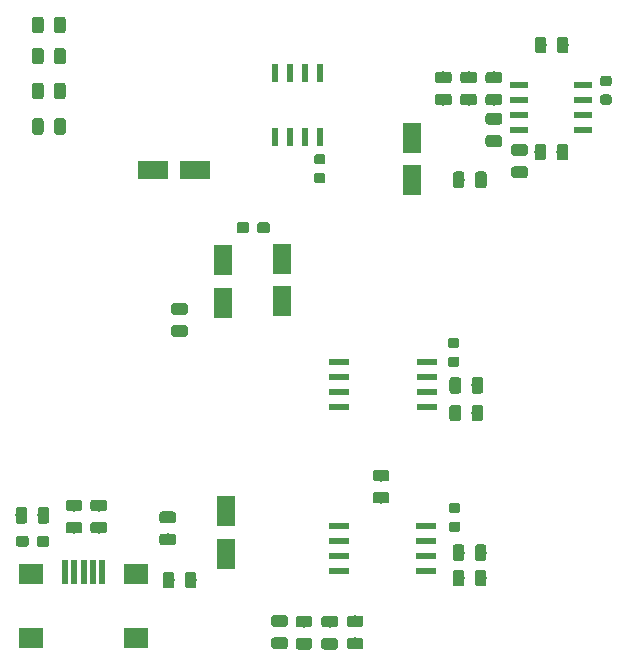
<source format=gbr>
G04 #@! TF.GenerationSoftware,KiCad,Pcbnew,5.0.1+dfsg1-3*
G04 #@! TF.CreationDate,2018-11-04T01:21:10+01:00*
G04 #@! TF.ProjectId,stk3700_beesensors,73746B333730305F62656573656E736F,rev?*
G04 #@! TF.SameCoordinates,Original*
G04 #@! TF.FileFunction,Paste,Top*
G04 #@! TF.FilePolarity,Positive*
%FSLAX46Y46*%
G04 Gerber Fmt 4.6, Leading zero omitted, Abs format (unit mm)*
G04 Created by KiCad (PCBNEW 5.0.1+dfsg1-3) date Sun 04 Nov 2018 01:21:10 CET*
%MOMM*%
%LPD*%
G01*
G04 APERTURE LIST*
%ADD10R,1.600000X2.600000*%
%ADD11R,1.750000X0.550000*%
%ADD12R,2.600000X1.600000*%
%ADD13C,0.100000*%
%ADD14C,0.975000*%
%ADD15C,0.875000*%
%ADD16R,0.500000X2.000000*%
%ADD17R,2.000000X1.700000*%
%ADD18C,0.950000*%
%ADD19R,1.550000X0.600000*%
%ADD20R,0.600000X1.550000*%
G04 APERTURE END LIST*
D10*
G04 #@! TO.C,C5*
X102539800Y-95177200D03*
X102539800Y-98777200D03*
G04 #@! TD*
D11*
G04 #@! TO.C,U5*
X112149400Y-82550000D03*
X112149400Y-83820000D03*
X112149400Y-85090000D03*
X112149400Y-86360000D03*
X119549400Y-86360000D03*
X119549400Y-85090000D03*
X119549400Y-83820000D03*
X119549400Y-82550000D03*
G04 #@! TD*
D12*
G04 #@! TO.C,C1*
X99958300Y-66319400D03*
X96358300Y-66319400D03*
G04 #@! TD*
D13*
G04 #@! TO.C,C2*
G36*
X123568542Y-59836374D02*
X123592203Y-59839884D01*
X123615407Y-59845696D01*
X123637929Y-59853754D01*
X123659553Y-59863982D01*
X123680070Y-59876279D01*
X123699283Y-59890529D01*
X123717007Y-59906593D01*
X123733071Y-59924317D01*
X123747321Y-59943530D01*
X123759618Y-59964047D01*
X123769846Y-59985671D01*
X123777904Y-60008193D01*
X123783716Y-60031397D01*
X123787226Y-60055058D01*
X123788400Y-60078950D01*
X123788400Y-60566450D01*
X123787226Y-60590342D01*
X123783716Y-60614003D01*
X123777904Y-60637207D01*
X123769846Y-60659729D01*
X123759618Y-60681353D01*
X123747321Y-60701870D01*
X123733071Y-60721083D01*
X123717007Y-60738807D01*
X123699283Y-60754871D01*
X123680070Y-60769121D01*
X123659553Y-60781418D01*
X123637929Y-60791646D01*
X123615407Y-60799704D01*
X123592203Y-60805516D01*
X123568542Y-60809026D01*
X123544650Y-60810200D01*
X122632150Y-60810200D01*
X122608258Y-60809026D01*
X122584597Y-60805516D01*
X122561393Y-60799704D01*
X122538871Y-60791646D01*
X122517247Y-60781418D01*
X122496730Y-60769121D01*
X122477517Y-60754871D01*
X122459793Y-60738807D01*
X122443729Y-60721083D01*
X122429479Y-60701870D01*
X122417182Y-60681353D01*
X122406954Y-60659729D01*
X122398896Y-60637207D01*
X122393084Y-60614003D01*
X122389574Y-60590342D01*
X122388400Y-60566450D01*
X122388400Y-60078950D01*
X122389574Y-60055058D01*
X122393084Y-60031397D01*
X122398896Y-60008193D01*
X122406954Y-59985671D01*
X122417182Y-59964047D01*
X122429479Y-59943530D01*
X122443729Y-59924317D01*
X122459793Y-59906593D01*
X122477517Y-59890529D01*
X122496730Y-59876279D01*
X122517247Y-59863982D01*
X122538871Y-59853754D01*
X122561393Y-59845696D01*
X122584597Y-59839884D01*
X122608258Y-59836374D01*
X122632150Y-59835200D01*
X123544650Y-59835200D01*
X123568542Y-59836374D01*
X123568542Y-59836374D01*
G37*
D14*
X123088400Y-60322700D03*
D13*
G36*
X123568542Y-57961374D02*
X123592203Y-57964884D01*
X123615407Y-57970696D01*
X123637929Y-57978754D01*
X123659553Y-57988982D01*
X123680070Y-58001279D01*
X123699283Y-58015529D01*
X123717007Y-58031593D01*
X123733071Y-58049317D01*
X123747321Y-58068530D01*
X123759618Y-58089047D01*
X123769846Y-58110671D01*
X123777904Y-58133193D01*
X123783716Y-58156397D01*
X123787226Y-58180058D01*
X123788400Y-58203950D01*
X123788400Y-58691450D01*
X123787226Y-58715342D01*
X123783716Y-58739003D01*
X123777904Y-58762207D01*
X123769846Y-58784729D01*
X123759618Y-58806353D01*
X123747321Y-58826870D01*
X123733071Y-58846083D01*
X123717007Y-58863807D01*
X123699283Y-58879871D01*
X123680070Y-58894121D01*
X123659553Y-58906418D01*
X123637929Y-58916646D01*
X123615407Y-58924704D01*
X123592203Y-58930516D01*
X123568542Y-58934026D01*
X123544650Y-58935200D01*
X122632150Y-58935200D01*
X122608258Y-58934026D01*
X122584597Y-58930516D01*
X122561393Y-58924704D01*
X122538871Y-58916646D01*
X122517247Y-58906418D01*
X122496730Y-58894121D01*
X122477517Y-58879871D01*
X122459793Y-58863807D01*
X122443729Y-58846083D01*
X122429479Y-58826870D01*
X122417182Y-58806353D01*
X122406954Y-58784729D01*
X122398896Y-58762207D01*
X122393084Y-58739003D01*
X122389574Y-58715342D01*
X122388400Y-58691450D01*
X122388400Y-58203950D01*
X122389574Y-58180058D01*
X122393084Y-58156397D01*
X122398896Y-58133193D01*
X122406954Y-58110671D01*
X122417182Y-58089047D01*
X122429479Y-58068530D01*
X122443729Y-58049317D01*
X122459793Y-58031593D01*
X122477517Y-58015529D01*
X122496730Y-58001279D01*
X122517247Y-57988982D01*
X122538871Y-57978754D01*
X122561393Y-57970696D01*
X122584597Y-57964884D01*
X122608258Y-57961374D01*
X122632150Y-57960200D01*
X123544650Y-57960200D01*
X123568542Y-57961374D01*
X123568542Y-57961374D01*
G37*
D14*
X123088400Y-58447700D03*
G04 #@! TD*
D13*
G04 #@! TO.C,C4*
G36*
X87361942Y-94830574D02*
X87385603Y-94834084D01*
X87408807Y-94839896D01*
X87431329Y-94847954D01*
X87452953Y-94858182D01*
X87473470Y-94870479D01*
X87492683Y-94884729D01*
X87510407Y-94900793D01*
X87526471Y-94918517D01*
X87540721Y-94937730D01*
X87553018Y-94958247D01*
X87563246Y-94979871D01*
X87571304Y-95002393D01*
X87577116Y-95025597D01*
X87580626Y-95049258D01*
X87581800Y-95073150D01*
X87581800Y-95985650D01*
X87580626Y-96009542D01*
X87577116Y-96033203D01*
X87571304Y-96056407D01*
X87563246Y-96078929D01*
X87553018Y-96100553D01*
X87540721Y-96121070D01*
X87526471Y-96140283D01*
X87510407Y-96158007D01*
X87492683Y-96174071D01*
X87473470Y-96188321D01*
X87452953Y-96200618D01*
X87431329Y-96210846D01*
X87408807Y-96218904D01*
X87385603Y-96224716D01*
X87361942Y-96228226D01*
X87338050Y-96229400D01*
X86850550Y-96229400D01*
X86826658Y-96228226D01*
X86802997Y-96224716D01*
X86779793Y-96218904D01*
X86757271Y-96210846D01*
X86735647Y-96200618D01*
X86715130Y-96188321D01*
X86695917Y-96174071D01*
X86678193Y-96158007D01*
X86662129Y-96140283D01*
X86647879Y-96121070D01*
X86635582Y-96100553D01*
X86625354Y-96078929D01*
X86617296Y-96056407D01*
X86611484Y-96033203D01*
X86607974Y-96009542D01*
X86606800Y-95985650D01*
X86606800Y-95073150D01*
X86607974Y-95049258D01*
X86611484Y-95025597D01*
X86617296Y-95002393D01*
X86625354Y-94979871D01*
X86635582Y-94958247D01*
X86647879Y-94937730D01*
X86662129Y-94918517D01*
X86678193Y-94900793D01*
X86695917Y-94884729D01*
X86715130Y-94870479D01*
X86735647Y-94858182D01*
X86757271Y-94847954D01*
X86779793Y-94839896D01*
X86802997Y-94834084D01*
X86826658Y-94830574D01*
X86850550Y-94829400D01*
X87338050Y-94829400D01*
X87361942Y-94830574D01*
X87361942Y-94830574D01*
G37*
D14*
X87094300Y-95529400D03*
D13*
G36*
X85486942Y-94830574D02*
X85510603Y-94834084D01*
X85533807Y-94839896D01*
X85556329Y-94847954D01*
X85577953Y-94858182D01*
X85598470Y-94870479D01*
X85617683Y-94884729D01*
X85635407Y-94900793D01*
X85651471Y-94918517D01*
X85665721Y-94937730D01*
X85678018Y-94958247D01*
X85688246Y-94979871D01*
X85696304Y-95002393D01*
X85702116Y-95025597D01*
X85705626Y-95049258D01*
X85706800Y-95073150D01*
X85706800Y-95985650D01*
X85705626Y-96009542D01*
X85702116Y-96033203D01*
X85696304Y-96056407D01*
X85688246Y-96078929D01*
X85678018Y-96100553D01*
X85665721Y-96121070D01*
X85651471Y-96140283D01*
X85635407Y-96158007D01*
X85617683Y-96174071D01*
X85598470Y-96188321D01*
X85577953Y-96200618D01*
X85556329Y-96210846D01*
X85533807Y-96218904D01*
X85510603Y-96224716D01*
X85486942Y-96228226D01*
X85463050Y-96229400D01*
X84975550Y-96229400D01*
X84951658Y-96228226D01*
X84927997Y-96224716D01*
X84904793Y-96218904D01*
X84882271Y-96210846D01*
X84860647Y-96200618D01*
X84840130Y-96188321D01*
X84820917Y-96174071D01*
X84803193Y-96158007D01*
X84787129Y-96140283D01*
X84772879Y-96121070D01*
X84760582Y-96100553D01*
X84750354Y-96078929D01*
X84742296Y-96056407D01*
X84736484Y-96033203D01*
X84732974Y-96009542D01*
X84731800Y-95985650D01*
X84731800Y-95073150D01*
X84732974Y-95049258D01*
X84736484Y-95025597D01*
X84742296Y-95002393D01*
X84750354Y-94979871D01*
X84760582Y-94958247D01*
X84772879Y-94937730D01*
X84787129Y-94918517D01*
X84803193Y-94900793D01*
X84820917Y-94884729D01*
X84840130Y-94870479D01*
X84860647Y-94858182D01*
X84882271Y-94847954D01*
X84904793Y-94839896D01*
X84927997Y-94834084D01*
X84951658Y-94830574D01*
X84975550Y-94829400D01*
X85463050Y-94829400D01*
X85486942Y-94830574D01*
X85486942Y-94830574D01*
G37*
D14*
X85219300Y-95529400D03*
G04 #@! TD*
D13*
G04 #@! TO.C,C8*
G36*
X98092342Y-95197774D02*
X98116003Y-95201284D01*
X98139207Y-95207096D01*
X98161729Y-95215154D01*
X98183353Y-95225382D01*
X98203870Y-95237679D01*
X98223083Y-95251929D01*
X98240807Y-95267993D01*
X98256871Y-95285717D01*
X98271121Y-95304930D01*
X98283418Y-95325447D01*
X98293646Y-95347071D01*
X98301704Y-95369593D01*
X98307516Y-95392797D01*
X98311026Y-95416458D01*
X98312200Y-95440350D01*
X98312200Y-95927850D01*
X98311026Y-95951742D01*
X98307516Y-95975403D01*
X98301704Y-95998607D01*
X98293646Y-96021129D01*
X98283418Y-96042753D01*
X98271121Y-96063270D01*
X98256871Y-96082483D01*
X98240807Y-96100207D01*
X98223083Y-96116271D01*
X98203870Y-96130521D01*
X98183353Y-96142818D01*
X98161729Y-96153046D01*
X98139207Y-96161104D01*
X98116003Y-96166916D01*
X98092342Y-96170426D01*
X98068450Y-96171600D01*
X97155950Y-96171600D01*
X97132058Y-96170426D01*
X97108397Y-96166916D01*
X97085193Y-96161104D01*
X97062671Y-96153046D01*
X97041047Y-96142818D01*
X97020530Y-96130521D01*
X97001317Y-96116271D01*
X96983593Y-96100207D01*
X96967529Y-96082483D01*
X96953279Y-96063270D01*
X96940982Y-96042753D01*
X96930754Y-96021129D01*
X96922696Y-95998607D01*
X96916884Y-95975403D01*
X96913374Y-95951742D01*
X96912200Y-95927850D01*
X96912200Y-95440350D01*
X96913374Y-95416458D01*
X96916884Y-95392797D01*
X96922696Y-95369593D01*
X96930754Y-95347071D01*
X96940982Y-95325447D01*
X96953279Y-95304930D01*
X96967529Y-95285717D01*
X96983593Y-95267993D01*
X97001317Y-95251929D01*
X97020530Y-95237679D01*
X97041047Y-95225382D01*
X97062671Y-95215154D01*
X97085193Y-95207096D01*
X97108397Y-95201284D01*
X97132058Y-95197774D01*
X97155950Y-95196600D01*
X98068450Y-95196600D01*
X98092342Y-95197774D01*
X98092342Y-95197774D01*
G37*
D14*
X97612200Y-95684100D03*
D13*
G36*
X98092342Y-97072774D02*
X98116003Y-97076284D01*
X98139207Y-97082096D01*
X98161729Y-97090154D01*
X98183353Y-97100382D01*
X98203870Y-97112679D01*
X98223083Y-97126929D01*
X98240807Y-97142993D01*
X98256871Y-97160717D01*
X98271121Y-97179930D01*
X98283418Y-97200447D01*
X98293646Y-97222071D01*
X98301704Y-97244593D01*
X98307516Y-97267797D01*
X98311026Y-97291458D01*
X98312200Y-97315350D01*
X98312200Y-97802850D01*
X98311026Y-97826742D01*
X98307516Y-97850403D01*
X98301704Y-97873607D01*
X98293646Y-97896129D01*
X98283418Y-97917753D01*
X98271121Y-97938270D01*
X98256871Y-97957483D01*
X98240807Y-97975207D01*
X98223083Y-97991271D01*
X98203870Y-98005521D01*
X98183353Y-98017818D01*
X98161729Y-98028046D01*
X98139207Y-98036104D01*
X98116003Y-98041916D01*
X98092342Y-98045426D01*
X98068450Y-98046600D01*
X97155950Y-98046600D01*
X97132058Y-98045426D01*
X97108397Y-98041916D01*
X97085193Y-98036104D01*
X97062671Y-98028046D01*
X97041047Y-98017818D01*
X97020530Y-98005521D01*
X97001317Y-97991271D01*
X96983593Y-97975207D01*
X96967529Y-97957483D01*
X96953279Y-97938270D01*
X96940982Y-97917753D01*
X96930754Y-97896129D01*
X96922696Y-97873607D01*
X96916884Y-97850403D01*
X96913374Y-97826742D01*
X96912200Y-97802850D01*
X96912200Y-97315350D01*
X96913374Y-97291458D01*
X96916884Y-97267797D01*
X96922696Y-97244593D01*
X96930754Y-97222071D01*
X96940982Y-97200447D01*
X96953279Y-97179930D01*
X96967529Y-97160717D01*
X96983593Y-97142993D01*
X97001317Y-97126929D01*
X97020530Y-97112679D01*
X97041047Y-97100382D01*
X97062671Y-97090154D01*
X97085193Y-97082096D01*
X97108397Y-97076284D01*
X97132058Y-97072774D01*
X97155950Y-97071600D01*
X98068450Y-97071600D01*
X98092342Y-97072774D01*
X98092342Y-97072774D01*
G37*
D14*
X97612200Y-97559100D03*
G04 #@! TD*
D13*
G04 #@! TO.C,C10*
G36*
X127886542Y-65983174D02*
X127910203Y-65986684D01*
X127933407Y-65992496D01*
X127955929Y-66000554D01*
X127977553Y-66010782D01*
X127998070Y-66023079D01*
X128017283Y-66037329D01*
X128035007Y-66053393D01*
X128051071Y-66071117D01*
X128065321Y-66090330D01*
X128077618Y-66110847D01*
X128087846Y-66132471D01*
X128095904Y-66154993D01*
X128101716Y-66178197D01*
X128105226Y-66201858D01*
X128106400Y-66225750D01*
X128106400Y-66713250D01*
X128105226Y-66737142D01*
X128101716Y-66760803D01*
X128095904Y-66784007D01*
X128087846Y-66806529D01*
X128077618Y-66828153D01*
X128065321Y-66848670D01*
X128051071Y-66867883D01*
X128035007Y-66885607D01*
X128017283Y-66901671D01*
X127998070Y-66915921D01*
X127977553Y-66928218D01*
X127955929Y-66938446D01*
X127933407Y-66946504D01*
X127910203Y-66952316D01*
X127886542Y-66955826D01*
X127862650Y-66957000D01*
X126950150Y-66957000D01*
X126926258Y-66955826D01*
X126902597Y-66952316D01*
X126879393Y-66946504D01*
X126856871Y-66938446D01*
X126835247Y-66928218D01*
X126814730Y-66915921D01*
X126795517Y-66901671D01*
X126777793Y-66885607D01*
X126761729Y-66867883D01*
X126747479Y-66848670D01*
X126735182Y-66828153D01*
X126724954Y-66806529D01*
X126716896Y-66784007D01*
X126711084Y-66760803D01*
X126707574Y-66737142D01*
X126706400Y-66713250D01*
X126706400Y-66225750D01*
X126707574Y-66201858D01*
X126711084Y-66178197D01*
X126716896Y-66154993D01*
X126724954Y-66132471D01*
X126735182Y-66110847D01*
X126747479Y-66090330D01*
X126761729Y-66071117D01*
X126777793Y-66053393D01*
X126795517Y-66037329D01*
X126814730Y-66023079D01*
X126835247Y-66010782D01*
X126856871Y-66000554D01*
X126879393Y-65992496D01*
X126902597Y-65986684D01*
X126926258Y-65983174D01*
X126950150Y-65982000D01*
X127862650Y-65982000D01*
X127886542Y-65983174D01*
X127886542Y-65983174D01*
G37*
D14*
X127406400Y-66469500D03*
D13*
G36*
X127886542Y-64108174D02*
X127910203Y-64111684D01*
X127933407Y-64117496D01*
X127955929Y-64125554D01*
X127977553Y-64135782D01*
X127998070Y-64148079D01*
X128017283Y-64162329D01*
X128035007Y-64178393D01*
X128051071Y-64196117D01*
X128065321Y-64215330D01*
X128077618Y-64235847D01*
X128087846Y-64257471D01*
X128095904Y-64279993D01*
X128101716Y-64303197D01*
X128105226Y-64326858D01*
X128106400Y-64350750D01*
X128106400Y-64838250D01*
X128105226Y-64862142D01*
X128101716Y-64885803D01*
X128095904Y-64909007D01*
X128087846Y-64931529D01*
X128077618Y-64953153D01*
X128065321Y-64973670D01*
X128051071Y-64992883D01*
X128035007Y-65010607D01*
X128017283Y-65026671D01*
X127998070Y-65040921D01*
X127977553Y-65053218D01*
X127955929Y-65063446D01*
X127933407Y-65071504D01*
X127910203Y-65077316D01*
X127886542Y-65080826D01*
X127862650Y-65082000D01*
X126950150Y-65082000D01*
X126926258Y-65080826D01*
X126902597Y-65077316D01*
X126879393Y-65071504D01*
X126856871Y-65063446D01*
X126835247Y-65053218D01*
X126814730Y-65040921D01*
X126795517Y-65026671D01*
X126777793Y-65010607D01*
X126761729Y-64992883D01*
X126747479Y-64973670D01*
X126735182Y-64953153D01*
X126724954Y-64931529D01*
X126716896Y-64909007D01*
X126711084Y-64885803D01*
X126707574Y-64862142D01*
X126706400Y-64838250D01*
X126706400Y-64350750D01*
X126707574Y-64326858D01*
X126711084Y-64303197D01*
X126716896Y-64279993D01*
X126724954Y-64257471D01*
X126735182Y-64235847D01*
X126747479Y-64215330D01*
X126761729Y-64196117D01*
X126777793Y-64178393D01*
X126795517Y-64162329D01*
X126814730Y-64148079D01*
X126835247Y-64135782D01*
X126856871Y-64125554D01*
X126879393Y-64117496D01*
X126902597Y-64111684D01*
X126926258Y-64108174D01*
X126950150Y-64107000D01*
X127862650Y-64107000D01*
X127886542Y-64108174D01*
X127886542Y-64108174D01*
G37*
D14*
X127406400Y-64594500D03*
G04 #@! TD*
D10*
G04 #@! TO.C,C11*
X118313200Y-63554200D03*
X118313200Y-67154200D03*
G04 #@! TD*
G04 #@! TO.C,C12*
X102339140Y-77525020D03*
X102339140Y-73925020D03*
G04 #@! TD*
D13*
G04 #@! TO.C,C14*
G36*
X122096091Y-80500553D02*
X122117326Y-80503703D01*
X122138150Y-80508919D01*
X122158362Y-80516151D01*
X122177768Y-80525330D01*
X122196181Y-80536366D01*
X122213424Y-80549154D01*
X122229330Y-80563570D01*
X122243746Y-80579476D01*
X122256534Y-80596719D01*
X122267570Y-80615132D01*
X122276749Y-80634538D01*
X122283981Y-80654750D01*
X122289197Y-80675574D01*
X122292347Y-80696809D01*
X122293400Y-80718250D01*
X122293400Y-81155750D01*
X122292347Y-81177191D01*
X122289197Y-81198426D01*
X122283981Y-81219250D01*
X122276749Y-81239462D01*
X122267570Y-81258868D01*
X122256534Y-81277281D01*
X122243746Y-81294524D01*
X122229330Y-81310430D01*
X122213424Y-81324846D01*
X122196181Y-81337634D01*
X122177768Y-81348670D01*
X122158362Y-81357849D01*
X122138150Y-81365081D01*
X122117326Y-81370297D01*
X122096091Y-81373447D01*
X122074650Y-81374500D01*
X121562150Y-81374500D01*
X121540709Y-81373447D01*
X121519474Y-81370297D01*
X121498650Y-81365081D01*
X121478438Y-81357849D01*
X121459032Y-81348670D01*
X121440619Y-81337634D01*
X121423376Y-81324846D01*
X121407470Y-81310430D01*
X121393054Y-81294524D01*
X121380266Y-81277281D01*
X121369230Y-81258868D01*
X121360051Y-81239462D01*
X121352819Y-81219250D01*
X121347603Y-81198426D01*
X121344453Y-81177191D01*
X121343400Y-81155750D01*
X121343400Y-80718250D01*
X121344453Y-80696809D01*
X121347603Y-80675574D01*
X121352819Y-80654750D01*
X121360051Y-80634538D01*
X121369230Y-80615132D01*
X121380266Y-80596719D01*
X121393054Y-80579476D01*
X121407470Y-80563570D01*
X121423376Y-80549154D01*
X121440619Y-80536366D01*
X121459032Y-80525330D01*
X121478438Y-80516151D01*
X121498650Y-80508919D01*
X121519474Y-80503703D01*
X121540709Y-80500553D01*
X121562150Y-80499500D01*
X122074650Y-80499500D01*
X122096091Y-80500553D01*
X122096091Y-80500553D01*
G37*
D15*
X121818400Y-80937000D03*
D13*
G36*
X122096091Y-82075553D02*
X122117326Y-82078703D01*
X122138150Y-82083919D01*
X122158362Y-82091151D01*
X122177768Y-82100330D01*
X122196181Y-82111366D01*
X122213424Y-82124154D01*
X122229330Y-82138570D01*
X122243746Y-82154476D01*
X122256534Y-82171719D01*
X122267570Y-82190132D01*
X122276749Y-82209538D01*
X122283981Y-82229750D01*
X122289197Y-82250574D01*
X122292347Y-82271809D01*
X122293400Y-82293250D01*
X122293400Y-82730750D01*
X122292347Y-82752191D01*
X122289197Y-82773426D01*
X122283981Y-82794250D01*
X122276749Y-82814462D01*
X122267570Y-82833868D01*
X122256534Y-82852281D01*
X122243746Y-82869524D01*
X122229330Y-82885430D01*
X122213424Y-82899846D01*
X122196181Y-82912634D01*
X122177768Y-82923670D01*
X122158362Y-82932849D01*
X122138150Y-82940081D01*
X122117326Y-82945297D01*
X122096091Y-82948447D01*
X122074650Y-82949500D01*
X121562150Y-82949500D01*
X121540709Y-82948447D01*
X121519474Y-82945297D01*
X121498650Y-82940081D01*
X121478438Y-82932849D01*
X121459032Y-82923670D01*
X121440619Y-82912634D01*
X121423376Y-82899846D01*
X121407470Y-82885430D01*
X121393054Y-82869524D01*
X121380266Y-82852281D01*
X121369230Y-82833868D01*
X121360051Y-82814462D01*
X121352819Y-82794250D01*
X121347603Y-82773426D01*
X121344453Y-82752191D01*
X121343400Y-82730750D01*
X121343400Y-82293250D01*
X121344453Y-82271809D01*
X121347603Y-82250574D01*
X121352819Y-82229750D01*
X121360051Y-82209538D01*
X121369230Y-82190132D01*
X121380266Y-82171719D01*
X121393054Y-82154476D01*
X121407470Y-82138570D01*
X121423376Y-82124154D01*
X121440619Y-82111366D01*
X121459032Y-82100330D01*
X121478438Y-82091151D01*
X121498650Y-82083919D01*
X121519474Y-82078703D01*
X121540709Y-82075553D01*
X121562150Y-82074500D01*
X122074650Y-82074500D01*
X122096091Y-82075553D01*
X122096091Y-82075553D01*
G37*
D15*
X121818400Y-82512000D03*
G04 #@! TD*
D10*
G04 #@! TO.C,C16*
X107330240Y-73798020D03*
X107330240Y-77398020D03*
G04 #@! TD*
D13*
G04 #@! TO.C,C18*
G36*
X134999291Y-58313653D02*
X135020526Y-58316803D01*
X135041350Y-58322019D01*
X135061562Y-58329251D01*
X135080968Y-58338430D01*
X135099381Y-58349466D01*
X135116624Y-58362254D01*
X135132530Y-58376670D01*
X135146946Y-58392576D01*
X135159734Y-58409819D01*
X135170770Y-58428232D01*
X135179949Y-58447638D01*
X135187181Y-58467850D01*
X135192397Y-58488674D01*
X135195547Y-58509909D01*
X135196600Y-58531350D01*
X135196600Y-58968850D01*
X135195547Y-58990291D01*
X135192397Y-59011526D01*
X135187181Y-59032350D01*
X135179949Y-59052562D01*
X135170770Y-59071968D01*
X135159734Y-59090381D01*
X135146946Y-59107624D01*
X135132530Y-59123530D01*
X135116624Y-59137946D01*
X135099381Y-59150734D01*
X135080968Y-59161770D01*
X135061562Y-59170949D01*
X135041350Y-59178181D01*
X135020526Y-59183397D01*
X134999291Y-59186547D01*
X134977850Y-59187600D01*
X134465350Y-59187600D01*
X134443909Y-59186547D01*
X134422674Y-59183397D01*
X134401850Y-59178181D01*
X134381638Y-59170949D01*
X134362232Y-59161770D01*
X134343819Y-59150734D01*
X134326576Y-59137946D01*
X134310670Y-59123530D01*
X134296254Y-59107624D01*
X134283466Y-59090381D01*
X134272430Y-59071968D01*
X134263251Y-59052562D01*
X134256019Y-59032350D01*
X134250803Y-59011526D01*
X134247653Y-58990291D01*
X134246600Y-58968850D01*
X134246600Y-58531350D01*
X134247653Y-58509909D01*
X134250803Y-58488674D01*
X134256019Y-58467850D01*
X134263251Y-58447638D01*
X134272430Y-58428232D01*
X134283466Y-58409819D01*
X134296254Y-58392576D01*
X134310670Y-58376670D01*
X134326576Y-58362254D01*
X134343819Y-58349466D01*
X134362232Y-58338430D01*
X134381638Y-58329251D01*
X134401850Y-58322019D01*
X134422674Y-58316803D01*
X134443909Y-58313653D01*
X134465350Y-58312600D01*
X134977850Y-58312600D01*
X134999291Y-58313653D01*
X134999291Y-58313653D01*
G37*
D15*
X134721600Y-58750100D03*
D13*
G36*
X134999291Y-59888653D02*
X135020526Y-59891803D01*
X135041350Y-59897019D01*
X135061562Y-59904251D01*
X135080968Y-59913430D01*
X135099381Y-59924466D01*
X135116624Y-59937254D01*
X135132530Y-59951670D01*
X135146946Y-59967576D01*
X135159734Y-59984819D01*
X135170770Y-60003232D01*
X135179949Y-60022638D01*
X135187181Y-60042850D01*
X135192397Y-60063674D01*
X135195547Y-60084909D01*
X135196600Y-60106350D01*
X135196600Y-60543850D01*
X135195547Y-60565291D01*
X135192397Y-60586526D01*
X135187181Y-60607350D01*
X135179949Y-60627562D01*
X135170770Y-60646968D01*
X135159734Y-60665381D01*
X135146946Y-60682624D01*
X135132530Y-60698530D01*
X135116624Y-60712946D01*
X135099381Y-60725734D01*
X135080968Y-60736770D01*
X135061562Y-60745949D01*
X135041350Y-60753181D01*
X135020526Y-60758397D01*
X134999291Y-60761547D01*
X134977850Y-60762600D01*
X134465350Y-60762600D01*
X134443909Y-60761547D01*
X134422674Y-60758397D01*
X134401850Y-60753181D01*
X134381638Y-60745949D01*
X134362232Y-60736770D01*
X134343819Y-60725734D01*
X134326576Y-60712946D01*
X134310670Y-60698530D01*
X134296254Y-60682624D01*
X134283466Y-60665381D01*
X134272430Y-60646968D01*
X134263251Y-60627562D01*
X134256019Y-60607350D01*
X134250803Y-60586526D01*
X134247653Y-60565291D01*
X134246600Y-60543850D01*
X134246600Y-60106350D01*
X134247653Y-60084909D01*
X134250803Y-60063674D01*
X134256019Y-60042850D01*
X134263251Y-60022638D01*
X134272430Y-60003232D01*
X134283466Y-59984819D01*
X134296254Y-59967576D01*
X134310670Y-59951670D01*
X134326576Y-59937254D01*
X134343819Y-59924466D01*
X134362232Y-59913430D01*
X134381638Y-59904251D01*
X134401850Y-59897019D01*
X134422674Y-59891803D01*
X134443909Y-59888653D01*
X134465350Y-59887600D01*
X134977850Y-59887600D01*
X134999291Y-59888653D01*
X134999291Y-59888653D01*
G37*
D15*
X134721600Y-60325100D03*
G04 #@! TD*
D13*
G04 #@! TO.C,C19*
G36*
X110767691Y-64943053D02*
X110788926Y-64946203D01*
X110809750Y-64951419D01*
X110829962Y-64958651D01*
X110849368Y-64967830D01*
X110867781Y-64978866D01*
X110885024Y-64991654D01*
X110900930Y-65006070D01*
X110915346Y-65021976D01*
X110928134Y-65039219D01*
X110939170Y-65057632D01*
X110948349Y-65077038D01*
X110955581Y-65097250D01*
X110960797Y-65118074D01*
X110963947Y-65139309D01*
X110965000Y-65160750D01*
X110965000Y-65598250D01*
X110963947Y-65619691D01*
X110960797Y-65640926D01*
X110955581Y-65661750D01*
X110948349Y-65681962D01*
X110939170Y-65701368D01*
X110928134Y-65719781D01*
X110915346Y-65737024D01*
X110900930Y-65752930D01*
X110885024Y-65767346D01*
X110867781Y-65780134D01*
X110849368Y-65791170D01*
X110829962Y-65800349D01*
X110809750Y-65807581D01*
X110788926Y-65812797D01*
X110767691Y-65815947D01*
X110746250Y-65817000D01*
X110233750Y-65817000D01*
X110212309Y-65815947D01*
X110191074Y-65812797D01*
X110170250Y-65807581D01*
X110150038Y-65800349D01*
X110130632Y-65791170D01*
X110112219Y-65780134D01*
X110094976Y-65767346D01*
X110079070Y-65752930D01*
X110064654Y-65737024D01*
X110051866Y-65719781D01*
X110040830Y-65701368D01*
X110031651Y-65681962D01*
X110024419Y-65661750D01*
X110019203Y-65640926D01*
X110016053Y-65619691D01*
X110015000Y-65598250D01*
X110015000Y-65160750D01*
X110016053Y-65139309D01*
X110019203Y-65118074D01*
X110024419Y-65097250D01*
X110031651Y-65077038D01*
X110040830Y-65057632D01*
X110051866Y-65039219D01*
X110064654Y-65021976D01*
X110079070Y-65006070D01*
X110094976Y-64991654D01*
X110112219Y-64978866D01*
X110130632Y-64967830D01*
X110150038Y-64958651D01*
X110170250Y-64951419D01*
X110191074Y-64946203D01*
X110212309Y-64943053D01*
X110233750Y-64942000D01*
X110746250Y-64942000D01*
X110767691Y-64943053D01*
X110767691Y-64943053D01*
G37*
D15*
X110490000Y-65379500D03*
D13*
G36*
X110767691Y-66518053D02*
X110788926Y-66521203D01*
X110809750Y-66526419D01*
X110829962Y-66533651D01*
X110849368Y-66542830D01*
X110867781Y-66553866D01*
X110885024Y-66566654D01*
X110900930Y-66581070D01*
X110915346Y-66596976D01*
X110928134Y-66614219D01*
X110939170Y-66632632D01*
X110948349Y-66652038D01*
X110955581Y-66672250D01*
X110960797Y-66693074D01*
X110963947Y-66714309D01*
X110965000Y-66735750D01*
X110965000Y-67173250D01*
X110963947Y-67194691D01*
X110960797Y-67215926D01*
X110955581Y-67236750D01*
X110948349Y-67256962D01*
X110939170Y-67276368D01*
X110928134Y-67294781D01*
X110915346Y-67312024D01*
X110900930Y-67327930D01*
X110885024Y-67342346D01*
X110867781Y-67355134D01*
X110849368Y-67366170D01*
X110829962Y-67375349D01*
X110809750Y-67382581D01*
X110788926Y-67387797D01*
X110767691Y-67390947D01*
X110746250Y-67392000D01*
X110233750Y-67392000D01*
X110212309Y-67390947D01*
X110191074Y-67387797D01*
X110170250Y-67382581D01*
X110150038Y-67375349D01*
X110130632Y-67366170D01*
X110112219Y-67355134D01*
X110094976Y-67342346D01*
X110079070Y-67327930D01*
X110064654Y-67312024D01*
X110051866Y-67294781D01*
X110040830Y-67276368D01*
X110031651Y-67256962D01*
X110024419Y-67236750D01*
X110019203Y-67215926D01*
X110016053Y-67194691D01*
X110015000Y-67173250D01*
X110015000Y-66735750D01*
X110016053Y-66714309D01*
X110019203Y-66693074D01*
X110024419Y-66672250D01*
X110031651Y-66652038D01*
X110040830Y-66632632D01*
X110051866Y-66614219D01*
X110064654Y-66596976D01*
X110079070Y-66581070D01*
X110094976Y-66566654D01*
X110112219Y-66553866D01*
X110130632Y-66542830D01*
X110150038Y-66533651D01*
X110170250Y-66526419D01*
X110191074Y-66521203D01*
X110212309Y-66518053D01*
X110233750Y-66517000D01*
X110746250Y-66517000D01*
X110767691Y-66518053D01*
X110767691Y-66518053D01*
G37*
D15*
X110490000Y-66954500D03*
G04 #@! TD*
D13*
G04 #@! TO.C,D1*
G36*
X86883942Y-53301574D02*
X86907603Y-53305084D01*
X86930807Y-53310896D01*
X86953329Y-53318954D01*
X86974953Y-53329182D01*
X86995470Y-53341479D01*
X87014683Y-53355729D01*
X87032407Y-53371793D01*
X87048471Y-53389517D01*
X87062721Y-53408730D01*
X87075018Y-53429247D01*
X87085246Y-53450871D01*
X87093304Y-53473393D01*
X87099116Y-53496597D01*
X87102626Y-53520258D01*
X87103800Y-53544150D01*
X87103800Y-54456650D01*
X87102626Y-54480542D01*
X87099116Y-54504203D01*
X87093304Y-54527407D01*
X87085246Y-54549929D01*
X87075018Y-54571553D01*
X87062721Y-54592070D01*
X87048471Y-54611283D01*
X87032407Y-54629007D01*
X87014683Y-54645071D01*
X86995470Y-54659321D01*
X86974953Y-54671618D01*
X86953329Y-54681846D01*
X86930807Y-54689904D01*
X86907603Y-54695716D01*
X86883942Y-54699226D01*
X86860050Y-54700400D01*
X86372550Y-54700400D01*
X86348658Y-54699226D01*
X86324997Y-54695716D01*
X86301793Y-54689904D01*
X86279271Y-54681846D01*
X86257647Y-54671618D01*
X86237130Y-54659321D01*
X86217917Y-54645071D01*
X86200193Y-54629007D01*
X86184129Y-54611283D01*
X86169879Y-54592070D01*
X86157582Y-54571553D01*
X86147354Y-54549929D01*
X86139296Y-54527407D01*
X86133484Y-54504203D01*
X86129974Y-54480542D01*
X86128800Y-54456650D01*
X86128800Y-53544150D01*
X86129974Y-53520258D01*
X86133484Y-53496597D01*
X86139296Y-53473393D01*
X86147354Y-53450871D01*
X86157582Y-53429247D01*
X86169879Y-53408730D01*
X86184129Y-53389517D01*
X86200193Y-53371793D01*
X86217917Y-53355729D01*
X86237130Y-53341479D01*
X86257647Y-53329182D01*
X86279271Y-53318954D01*
X86301793Y-53310896D01*
X86324997Y-53305084D01*
X86348658Y-53301574D01*
X86372550Y-53300400D01*
X86860050Y-53300400D01*
X86883942Y-53301574D01*
X86883942Y-53301574D01*
G37*
D14*
X86616300Y-54000400D03*
D13*
G36*
X88758942Y-53301574D02*
X88782603Y-53305084D01*
X88805807Y-53310896D01*
X88828329Y-53318954D01*
X88849953Y-53329182D01*
X88870470Y-53341479D01*
X88889683Y-53355729D01*
X88907407Y-53371793D01*
X88923471Y-53389517D01*
X88937721Y-53408730D01*
X88950018Y-53429247D01*
X88960246Y-53450871D01*
X88968304Y-53473393D01*
X88974116Y-53496597D01*
X88977626Y-53520258D01*
X88978800Y-53544150D01*
X88978800Y-54456650D01*
X88977626Y-54480542D01*
X88974116Y-54504203D01*
X88968304Y-54527407D01*
X88960246Y-54549929D01*
X88950018Y-54571553D01*
X88937721Y-54592070D01*
X88923471Y-54611283D01*
X88907407Y-54629007D01*
X88889683Y-54645071D01*
X88870470Y-54659321D01*
X88849953Y-54671618D01*
X88828329Y-54681846D01*
X88805807Y-54689904D01*
X88782603Y-54695716D01*
X88758942Y-54699226D01*
X88735050Y-54700400D01*
X88247550Y-54700400D01*
X88223658Y-54699226D01*
X88199997Y-54695716D01*
X88176793Y-54689904D01*
X88154271Y-54681846D01*
X88132647Y-54671618D01*
X88112130Y-54659321D01*
X88092917Y-54645071D01*
X88075193Y-54629007D01*
X88059129Y-54611283D01*
X88044879Y-54592070D01*
X88032582Y-54571553D01*
X88022354Y-54549929D01*
X88014296Y-54527407D01*
X88008484Y-54504203D01*
X88004974Y-54480542D01*
X88003800Y-54456650D01*
X88003800Y-53544150D01*
X88004974Y-53520258D01*
X88008484Y-53496597D01*
X88014296Y-53473393D01*
X88022354Y-53450871D01*
X88032582Y-53429247D01*
X88044879Y-53408730D01*
X88059129Y-53389517D01*
X88075193Y-53371793D01*
X88092917Y-53355729D01*
X88112130Y-53341479D01*
X88132647Y-53329182D01*
X88154271Y-53318954D01*
X88176793Y-53310896D01*
X88199997Y-53305084D01*
X88223658Y-53301574D01*
X88247550Y-53300400D01*
X88735050Y-53300400D01*
X88758942Y-53301574D01*
X88758942Y-53301574D01*
G37*
D14*
X88491300Y-54000400D03*
G04 #@! TD*
D13*
G04 #@! TO.C,D2*
G36*
X88758942Y-55943174D02*
X88782603Y-55946684D01*
X88805807Y-55952496D01*
X88828329Y-55960554D01*
X88849953Y-55970782D01*
X88870470Y-55983079D01*
X88889683Y-55997329D01*
X88907407Y-56013393D01*
X88923471Y-56031117D01*
X88937721Y-56050330D01*
X88950018Y-56070847D01*
X88960246Y-56092471D01*
X88968304Y-56114993D01*
X88974116Y-56138197D01*
X88977626Y-56161858D01*
X88978800Y-56185750D01*
X88978800Y-57098250D01*
X88977626Y-57122142D01*
X88974116Y-57145803D01*
X88968304Y-57169007D01*
X88960246Y-57191529D01*
X88950018Y-57213153D01*
X88937721Y-57233670D01*
X88923471Y-57252883D01*
X88907407Y-57270607D01*
X88889683Y-57286671D01*
X88870470Y-57300921D01*
X88849953Y-57313218D01*
X88828329Y-57323446D01*
X88805807Y-57331504D01*
X88782603Y-57337316D01*
X88758942Y-57340826D01*
X88735050Y-57342000D01*
X88247550Y-57342000D01*
X88223658Y-57340826D01*
X88199997Y-57337316D01*
X88176793Y-57331504D01*
X88154271Y-57323446D01*
X88132647Y-57313218D01*
X88112130Y-57300921D01*
X88092917Y-57286671D01*
X88075193Y-57270607D01*
X88059129Y-57252883D01*
X88044879Y-57233670D01*
X88032582Y-57213153D01*
X88022354Y-57191529D01*
X88014296Y-57169007D01*
X88008484Y-57145803D01*
X88004974Y-57122142D01*
X88003800Y-57098250D01*
X88003800Y-56185750D01*
X88004974Y-56161858D01*
X88008484Y-56138197D01*
X88014296Y-56114993D01*
X88022354Y-56092471D01*
X88032582Y-56070847D01*
X88044879Y-56050330D01*
X88059129Y-56031117D01*
X88075193Y-56013393D01*
X88092917Y-55997329D01*
X88112130Y-55983079D01*
X88132647Y-55970782D01*
X88154271Y-55960554D01*
X88176793Y-55952496D01*
X88199997Y-55946684D01*
X88223658Y-55943174D01*
X88247550Y-55942000D01*
X88735050Y-55942000D01*
X88758942Y-55943174D01*
X88758942Y-55943174D01*
G37*
D14*
X88491300Y-56642000D03*
D13*
G36*
X86883942Y-55943174D02*
X86907603Y-55946684D01*
X86930807Y-55952496D01*
X86953329Y-55960554D01*
X86974953Y-55970782D01*
X86995470Y-55983079D01*
X87014683Y-55997329D01*
X87032407Y-56013393D01*
X87048471Y-56031117D01*
X87062721Y-56050330D01*
X87075018Y-56070847D01*
X87085246Y-56092471D01*
X87093304Y-56114993D01*
X87099116Y-56138197D01*
X87102626Y-56161858D01*
X87103800Y-56185750D01*
X87103800Y-57098250D01*
X87102626Y-57122142D01*
X87099116Y-57145803D01*
X87093304Y-57169007D01*
X87085246Y-57191529D01*
X87075018Y-57213153D01*
X87062721Y-57233670D01*
X87048471Y-57252883D01*
X87032407Y-57270607D01*
X87014683Y-57286671D01*
X86995470Y-57300921D01*
X86974953Y-57313218D01*
X86953329Y-57323446D01*
X86930807Y-57331504D01*
X86907603Y-57337316D01*
X86883942Y-57340826D01*
X86860050Y-57342000D01*
X86372550Y-57342000D01*
X86348658Y-57340826D01*
X86324997Y-57337316D01*
X86301793Y-57331504D01*
X86279271Y-57323446D01*
X86257647Y-57313218D01*
X86237130Y-57300921D01*
X86217917Y-57286671D01*
X86200193Y-57270607D01*
X86184129Y-57252883D01*
X86169879Y-57233670D01*
X86157582Y-57213153D01*
X86147354Y-57191529D01*
X86139296Y-57169007D01*
X86133484Y-57145803D01*
X86129974Y-57122142D01*
X86128800Y-57098250D01*
X86128800Y-56185750D01*
X86129974Y-56161858D01*
X86133484Y-56138197D01*
X86139296Y-56114993D01*
X86147354Y-56092471D01*
X86157582Y-56070847D01*
X86169879Y-56050330D01*
X86184129Y-56031117D01*
X86200193Y-56013393D01*
X86217917Y-55997329D01*
X86237130Y-55983079D01*
X86257647Y-55970782D01*
X86279271Y-55960554D01*
X86301793Y-55952496D01*
X86324997Y-55946684D01*
X86348658Y-55943174D01*
X86372550Y-55942000D01*
X86860050Y-55942000D01*
X86883942Y-55943174D01*
X86883942Y-55943174D01*
G37*
D14*
X86616300Y-56642000D03*
G04 #@! TD*
D13*
G04 #@! TO.C,D3*
G36*
X86883942Y-58889574D02*
X86907603Y-58893084D01*
X86930807Y-58898896D01*
X86953329Y-58906954D01*
X86974953Y-58917182D01*
X86995470Y-58929479D01*
X87014683Y-58943729D01*
X87032407Y-58959793D01*
X87048471Y-58977517D01*
X87062721Y-58996730D01*
X87075018Y-59017247D01*
X87085246Y-59038871D01*
X87093304Y-59061393D01*
X87099116Y-59084597D01*
X87102626Y-59108258D01*
X87103800Y-59132150D01*
X87103800Y-60044650D01*
X87102626Y-60068542D01*
X87099116Y-60092203D01*
X87093304Y-60115407D01*
X87085246Y-60137929D01*
X87075018Y-60159553D01*
X87062721Y-60180070D01*
X87048471Y-60199283D01*
X87032407Y-60217007D01*
X87014683Y-60233071D01*
X86995470Y-60247321D01*
X86974953Y-60259618D01*
X86953329Y-60269846D01*
X86930807Y-60277904D01*
X86907603Y-60283716D01*
X86883942Y-60287226D01*
X86860050Y-60288400D01*
X86372550Y-60288400D01*
X86348658Y-60287226D01*
X86324997Y-60283716D01*
X86301793Y-60277904D01*
X86279271Y-60269846D01*
X86257647Y-60259618D01*
X86237130Y-60247321D01*
X86217917Y-60233071D01*
X86200193Y-60217007D01*
X86184129Y-60199283D01*
X86169879Y-60180070D01*
X86157582Y-60159553D01*
X86147354Y-60137929D01*
X86139296Y-60115407D01*
X86133484Y-60092203D01*
X86129974Y-60068542D01*
X86128800Y-60044650D01*
X86128800Y-59132150D01*
X86129974Y-59108258D01*
X86133484Y-59084597D01*
X86139296Y-59061393D01*
X86147354Y-59038871D01*
X86157582Y-59017247D01*
X86169879Y-58996730D01*
X86184129Y-58977517D01*
X86200193Y-58959793D01*
X86217917Y-58943729D01*
X86237130Y-58929479D01*
X86257647Y-58917182D01*
X86279271Y-58906954D01*
X86301793Y-58898896D01*
X86324997Y-58893084D01*
X86348658Y-58889574D01*
X86372550Y-58888400D01*
X86860050Y-58888400D01*
X86883942Y-58889574D01*
X86883942Y-58889574D01*
G37*
D14*
X86616300Y-59588400D03*
D13*
G36*
X88758942Y-58889574D02*
X88782603Y-58893084D01*
X88805807Y-58898896D01*
X88828329Y-58906954D01*
X88849953Y-58917182D01*
X88870470Y-58929479D01*
X88889683Y-58943729D01*
X88907407Y-58959793D01*
X88923471Y-58977517D01*
X88937721Y-58996730D01*
X88950018Y-59017247D01*
X88960246Y-59038871D01*
X88968304Y-59061393D01*
X88974116Y-59084597D01*
X88977626Y-59108258D01*
X88978800Y-59132150D01*
X88978800Y-60044650D01*
X88977626Y-60068542D01*
X88974116Y-60092203D01*
X88968304Y-60115407D01*
X88960246Y-60137929D01*
X88950018Y-60159553D01*
X88937721Y-60180070D01*
X88923471Y-60199283D01*
X88907407Y-60217007D01*
X88889683Y-60233071D01*
X88870470Y-60247321D01*
X88849953Y-60259618D01*
X88828329Y-60269846D01*
X88805807Y-60277904D01*
X88782603Y-60283716D01*
X88758942Y-60287226D01*
X88735050Y-60288400D01*
X88247550Y-60288400D01*
X88223658Y-60287226D01*
X88199997Y-60283716D01*
X88176793Y-60277904D01*
X88154271Y-60269846D01*
X88132647Y-60259618D01*
X88112130Y-60247321D01*
X88092917Y-60233071D01*
X88075193Y-60217007D01*
X88059129Y-60199283D01*
X88044879Y-60180070D01*
X88032582Y-60159553D01*
X88022354Y-60137929D01*
X88014296Y-60115407D01*
X88008484Y-60092203D01*
X88004974Y-60068542D01*
X88003800Y-60044650D01*
X88003800Y-59132150D01*
X88004974Y-59108258D01*
X88008484Y-59084597D01*
X88014296Y-59061393D01*
X88022354Y-59038871D01*
X88032582Y-59017247D01*
X88044879Y-58996730D01*
X88059129Y-58977517D01*
X88075193Y-58959793D01*
X88092917Y-58943729D01*
X88112130Y-58929479D01*
X88132647Y-58917182D01*
X88154271Y-58906954D01*
X88176793Y-58898896D01*
X88199997Y-58893084D01*
X88223658Y-58889574D01*
X88247550Y-58888400D01*
X88735050Y-58888400D01*
X88758942Y-58889574D01*
X88758942Y-58889574D01*
G37*
D14*
X88491300Y-59588400D03*
G04 #@! TD*
D13*
G04 #@! TO.C,D4*
G36*
X88758942Y-61886774D02*
X88782603Y-61890284D01*
X88805807Y-61896096D01*
X88828329Y-61904154D01*
X88849953Y-61914382D01*
X88870470Y-61926679D01*
X88889683Y-61940929D01*
X88907407Y-61956993D01*
X88923471Y-61974717D01*
X88937721Y-61993930D01*
X88950018Y-62014447D01*
X88960246Y-62036071D01*
X88968304Y-62058593D01*
X88974116Y-62081797D01*
X88977626Y-62105458D01*
X88978800Y-62129350D01*
X88978800Y-63041850D01*
X88977626Y-63065742D01*
X88974116Y-63089403D01*
X88968304Y-63112607D01*
X88960246Y-63135129D01*
X88950018Y-63156753D01*
X88937721Y-63177270D01*
X88923471Y-63196483D01*
X88907407Y-63214207D01*
X88889683Y-63230271D01*
X88870470Y-63244521D01*
X88849953Y-63256818D01*
X88828329Y-63267046D01*
X88805807Y-63275104D01*
X88782603Y-63280916D01*
X88758942Y-63284426D01*
X88735050Y-63285600D01*
X88247550Y-63285600D01*
X88223658Y-63284426D01*
X88199997Y-63280916D01*
X88176793Y-63275104D01*
X88154271Y-63267046D01*
X88132647Y-63256818D01*
X88112130Y-63244521D01*
X88092917Y-63230271D01*
X88075193Y-63214207D01*
X88059129Y-63196483D01*
X88044879Y-63177270D01*
X88032582Y-63156753D01*
X88022354Y-63135129D01*
X88014296Y-63112607D01*
X88008484Y-63089403D01*
X88004974Y-63065742D01*
X88003800Y-63041850D01*
X88003800Y-62129350D01*
X88004974Y-62105458D01*
X88008484Y-62081797D01*
X88014296Y-62058593D01*
X88022354Y-62036071D01*
X88032582Y-62014447D01*
X88044879Y-61993930D01*
X88059129Y-61974717D01*
X88075193Y-61956993D01*
X88092917Y-61940929D01*
X88112130Y-61926679D01*
X88132647Y-61914382D01*
X88154271Y-61904154D01*
X88176793Y-61896096D01*
X88199997Y-61890284D01*
X88223658Y-61886774D01*
X88247550Y-61885600D01*
X88735050Y-61885600D01*
X88758942Y-61886774D01*
X88758942Y-61886774D01*
G37*
D14*
X88491300Y-62585600D03*
D13*
G36*
X86883942Y-61886774D02*
X86907603Y-61890284D01*
X86930807Y-61896096D01*
X86953329Y-61904154D01*
X86974953Y-61914382D01*
X86995470Y-61926679D01*
X87014683Y-61940929D01*
X87032407Y-61956993D01*
X87048471Y-61974717D01*
X87062721Y-61993930D01*
X87075018Y-62014447D01*
X87085246Y-62036071D01*
X87093304Y-62058593D01*
X87099116Y-62081797D01*
X87102626Y-62105458D01*
X87103800Y-62129350D01*
X87103800Y-63041850D01*
X87102626Y-63065742D01*
X87099116Y-63089403D01*
X87093304Y-63112607D01*
X87085246Y-63135129D01*
X87075018Y-63156753D01*
X87062721Y-63177270D01*
X87048471Y-63196483D01*
X87032407Y-63214207D01*
X87014683Y-63230271D01*
X86995470Y-63244521D01*
X86974953Y-63256818D01*
X86953329Y-63267046D01*
X86930807Y-63275104D01*
X86907603Y-63280916D01*
X86883942Y-63284426D01*
X86860050Y-63285600D01*
X86372550Y-63285600D01*
X86348658Y-63284426D01*
X86324997Y-63280916D01*
X86301793Y-63275104D01*
X86279271Y-63267046D01*
X86257647Y-63256818D01*
X86237130Y-63244521D01*
X86217917Y-63230271D01*
X86200193Y-63214207D01*
X86184129Y-63196483D01*
X86169879Y-63177270D01*
X86157582Y-63156753D01*
X86147354Y-63135129D01*
X86139296Y-63112607D01*
X86133484Y-63089403D01*
X86129974Y-63065742D01*
X86128800Y-63041850D01*
X86128800Y-62129350D01*
X86129974Y-62105458D01*
X86133484Y-62081797D01*
X86139296Y-62058593D01*
X86147354Y-62036071D01*
X86157582Y-62014447D01*
X86169879Y-61993930D01*
X86184129Y-61974717D01*
X86200193Y-61956993D01*
X86217917Y-61940929D01*
X86237130Y-61926679D01*
X86257647Y-61914382D01*
X86279271Y-61904154D01*
X86301793Y-61896096D01*
X86324997Y-61890284D01*
X86348658Y-61886774D01*
X86372550Y-61885600D01*
X86860050Y-61885600D01*
X86883942Y-61886774D01*
X86883942Y-61886774D01*
G37*
D14*
X86616300Y-62585600D03*
G04 #@! TD*
D16*
G04 #@! TO.C,J1*
X88887500Y-100360500D03*
X89687500Y-100360500D03*
X90487500Y-100360500D03*
X91287500Y-100360500D03*
X92087500Y-100360500D03*
D17*
X86037500Y-100460500D03*
X86037500Y-105910500D03*
X94937500Y-100460500D03*
X94937500Y-105910500D03*
G04 #@! TD*
D13*
G04 #@! TO.C,L1*
G36*
X85617979Y-97239944D02*
X85641034Y-97243363D01*
X85663643Y-97249027D01*
X85685587Y-97256879D01*
X85706657Y-97266844D01*
X85726648Y-97278826D01*
X85745368Y-97292710D01*
X85762638Y-97308362D01*
X85778290Y-97325632D01*
X85792174Y-97344352D01*
X85804156Y-97364343D01*
X85814121Y-97385413D01*
X85821973Y-97407357D01*
X85827637Y-97429966D01*
X85831056Y-97453021D01*
X85832200Y-97476300D01*
X85832200Y-97951300D01*
X85831056Y-97974579D01*
X85827637Y-97997634D01*
X85821973Y-98020243D01*
X85814121Y-98042187D01*
X85804156Y-98063257D01*
X85792174Y-98083248D01*
X85778290Y-98101968D01*
X85762638Y-98119238D01*
X85745368Y-98134890D01*
X85726648Y-98148774D01*
X85706657Y-98160756D01*
X85685587Y-98170721D01*
X85663643Y-98178573D01*
X85641034Y-98184237D01*
X85617979Y-98187656D01*
X85594700Y-98188800D01*
X85019700Y-98188800D01*
X84996421Y-98187656D01*
X84973366Y-98184237D01*
X84950757Y-98178573D01*
X84928813Y-98170721D01*
X84907743Y-98160756D01*
X84887752Y-98148774D01*
X84869032Y-98134890D01*
X84851762Y-98119238D01*
X84836110Y-98101968D01*
X84822226Y-98083248D01*
X84810244Y-98063257D01*
X84800279Y-98042187D01*
X84792427Y-98020243D01*
X84786763Y-97997634D01*
X84783344Y-97974579D01*
X84782200Y-97951300D01*
X84782200Y-97476300D01*
X84783344Y-97453021D01*
X84786763Y-97429966D01*
X84792427Y-97407357D01*
X84800279Y-97385413D01*
X84810244Y-97364343D01*
X84822226Y-97344352D01*
X84836110Y-97325632D01*
X84851762Y-97308362D01*
X84869032Y-97292710D01*
X84887752Y-97278826D01*
X84907743Y-97266844D01*
X84928813Y-97256879D01*
X84950757Y-97249027D01*
X84973366Y-97243363D01*
X84996421Y-97239944D01*
X85019700Y-97238800D01*
X85594700Y-97238800D01*
X85617979Y-97239944D01*
X85617979Y-97239944D01*
G37*
D18*
X85307200Y-97713800D03*
D13*
G36*
X87367979Y-97239944D02*
X87391034Y-97243363D01*
X87413643Y-97249027D01*
X87435587Y-97256879D01*
X87456657Y-97266844D01*
X87476648Y-97278826D01*
X87495368Y-97292710D01*
X87512638Y-97308362D01*
X87528290Y-97325632D01*
X87542174Y-97344352D01*
X87554156Y-97364343D01*
X87564121Y-97385413D01*
X87571973Y-97407357D01*
X87577637Y-97429966D01*
X87581056Y-97453021D01*
X87582200Y-97476300D01*
X87582200Y-97951300D01*
X87581056Y-97974579D01*
X87577637Y-97997634D01*
X87571973Y-98020243D01*
X87564121Y-98042187D01*
X87554156Y-98063257D01*
X87542174Y-98083248D01*
X87528290Y-98101968D01*
X87512638Y-98119238D01*
X87495368Y-98134890D01*
X87476648Y-98148774D01*
X87456657Y-98160756D01*
X87435587Y-98170721D01*
X87413643Y-98178573D01*
X87391034Y-98184237D01*
X87367979Y-98187656D01*
X87344700Y-98188800D01*
X86769700Y-98188800D01*
X86746421Y-98187656D01*
X86723366Y-98184237D01*
X86700757Y-98178573D01*
X86678813Y-98170721D01*
X86657743Y-98160756D01*
X86637752Y-98148774D01*
X86619032Y-98134890D01*
X86601762Y-98119238D01*
X86586110Y-98101968D01*
X86572226Y-98083248D01*
X86560244Y-98063257D01*
X86550279Y-98042187D01*
X86542427Y-98020243D01*
X86536763Y-97997634D01*
X86533344Y-97974579D01*
X86532200Y-97951300D01*
X86532200Y-97476300D01*
X86533344Y-97453021D01*
X86536763Y-97429966D01*
X86542427Y-97407357D01*
X86550279Y-97385413D01*
X86560244Y-97364343D01*
X86572226Y-97344352D01*
X86586110Y-97325632D01*
X86601762Y-97308362D01*
X86619032Y-97292710D01*
X86637752Y-97278826D01*
X86657743Y-97266844D01*
X86678813Y-97256879D01*
X86700757Y-97249027D01*
X86723366Y-97243363D01*
X86746421Y-97239944D01*
X86769700Y-97238800D01*
X87344700Y-97238800D01*
X87367979Y-97239944D01*
X87367979Y-97239944D01*
G37*
D18*
X87057200Y-97713800D03*
G04 #@! TD*
D13*
G04 #@! TO.C,L2*
G36*
X104286979Y-70691864D02*
X104310034Y-70695283D01*
X104332643Y-70700947D01*
X104354587Y-70708799D01*
X104375657Y-70718764D01*
X104395648Y-70730746D01*
X104414368Y-70744630D01*
X104431638Y-70760282D01*
X104447290Y-70777552D01*
X104461174Y-70796272D01*
X104473156Y-70816263D01*
X104483121Y-70837333D01*
X104490973Y-70859277D01*
X104496637Y-70881886D01*
X104500056Y-70904941D01*
X104501200Y-70928220D01*
X104501200Y-71403220D01*
X104500056Y-71426499D01*
X104496637Y-71449554D01*
X104490973Y-71472163D01*
X104483121Y-71494107D01*
X104473156Y-71515177D01*
X104461174Y-71535168D01*
X104447290Y-71553888D01*
X104431638Y-71571158D01*
X104414368Y-71586810D01*
X104395648Y-71600694D01*
X104375657Y-71612676D01*
X104354587Y-71622641D01*
X104332643Y-71630493D01*
X104310034Y-71636157D01*
X104286979Y-71639576D01*
X104263700Y-71640720D01*
X103688700Y-71640720D01*
X103665421Y-71639576D01*
X103642366Y-71636157D01*
X103619757Y-71630493D01*
X103597813Y-71622641D01*
X103576743Y-71612676D01*
X103556752Y-71600694D01*
X103538032Y-71586810D01*
X103520762Y-71571158D01*
X103505110Y-71553888D01*
X103491226Y-71535168D01*
X103479244Y-71515177D01*
X103469279Y-71494107D01*
X103461427Y-71472163D01*
X103455763Y-71449554D01*
X103452344Y-71426499D01*
X103451200Y-71403220D01*
X103451200Y-70928220D01*
X103452344Y-70904941D01*
X103455763Y-70881886D01*
X103461427Y-70859277D01*
X103469279Y-70837333D01*
X103479244Y-70816263D01*
X103491226Y-70796272D01*
X103505110Y-70777552D01*
X103520762Y-70760282D01*
X103538032Y-70744630D01*
X103556752Y-70730746D01*
X103576743Y-70718764D01*
X103597813Y-70708799D01*
X103619757Y-70700947D01*
X103642366Y-70695283D01*
X103665421Y-70691864D01*
X103688700Y-70690720D01*
X104263700Y-70690720D01*
X104286979Y-70691864D01*
X104286979Y-70691864D01*
G37*
D18*
X103976200Y-71165720D03*
D13*
G36*
X106036979Y-70691864D02*
X106060034Y-70695283D01*
X106082643Y-70700947D01*
X106104587Y-70708799D01*
X106125657Y-70718764D01*
X106145648Y-70730746D01*
X106164368Y-70744630D01*
X106181638Y-70760282D01*
X106197290Y-70777552D01*
X106211174Y-70796272D01*
X106223156Y-70816263D01*
X106233121Y-70837333D01*
X106240973Y-70859277D01*
X106246637Y-70881886D01*
X106250056Y-70904941D01*
X106251200Y-70928220D01*
X106251200Y-71403220D01*
X106250056Y-71426499D01*
X106246637Y-71449554D01*
X106240973Y-71472163D01*
X106233121Y-71494107D01*
X106223156Y-71515177D01*
X106211174Y-71535168D01*
X106197290Y-71553888D01*
X106181638Y-71571158D01*
X106164368Y-71586810D01*
X106145648Y-71600694D01*
X106125657Y-71612676D01*
X106104587Y-71622641D01*
X106082643Y-71630493D01*
X106060034Y-71636157D01*
X106036979Y-71639576D01*
X106013700Y-71640720D01*
X105438700Y-71640720D01*
X105415421Y-71639576D01*
X105392366Y-71636157D01*
X105369757Y-71630493D01*
X105347813Y-71622641D01*
X105326743Y-71612676D01*
X105306752Y-71600694D01*
X105288032Y-71586810D01*
X105270762Y-71571158D01*
X105255110Y-71553888D01*
X105241226Y-71535168D01*
X105229244Y-71515177D01*
X105219279Y-71494107D01*
X105211427Y-71472163D01*
X105205763Y-71449554D01*
X105202344Y-71426499D01*
X105201200Y-71403220D01*
X105201200Y-70928220D01*
X105202344Y-70904941D01*
X105205763Y-70881886D01*
X105211427Y-70859277D01*
X105219279Y-70837333D01*
X105229244Y-70816263D01*
X105241226Y-70796272D01*
X105255110Y-70777552D01*
X105270762Y-70760282D01*
X105288032Y-70744630D01*
X105306752Y-70730746D01*
X105326743Y-70718764D01*
X105347813Y-70708799D01*
X105369757Y-70700947D01*
X105392366Y-70695283D01*
X105415421Y-70691864D01*
X105438700Y-70690720D01*
X106013700Y-70690720D01*
X106036979Y-70691864D01*
X106036979Y-70691864D01*
G37*
D18*
X105726200Y-71165720D03*
G04 #@! TD*
D13*
G04 #@! TO.C,R1*
G36*
X107566542Y-103986174D02*
X107590203Y-103989684D01*
X107613407Y-103995496D01*
X107635929Y-104003554D01*
X107657553Y-104013782D01*
X107678070Y-104026079D01*
X107697283Y-104040329D01*
X107715007Y-104056393D01*
X107731071Y-104074117D01*
X107745321Y-104093330D01*
X107757618Y-104113847D01*
X107767846Y-104135471D01*
X107775904Y-104157993D01*
X107781716Y-104181197D01*
X107785226Y-104204858D01*
X107786400Y-104228750D01*
X107786400Y-104716250D01*
X107785226Y-104740142D01*
X107781716Y-104763803D01*
X107775904Y-104787007D01*
X107767846Y-104809529D01*
X107757618Y-104831153D01*
X107745321Y-104851670D01*
X107731071Y-104870883D01*
X107715007Y-104888607D01*
X107697283Y-104904671D01*
X107678070Y-104918921D01*
X107657553Y-104931218D01*
X107635929Y-104941446D01*
X107613407Y-104949504D01*
X107590203Y-104955316D01*
X107566542Y-104958826D01*
X107542650Y-104960000D01*
X106630150Y-104960000D01*
X106606258Y-104958826D01*
X106582597Y-104955316D01*
X106559393Y-104949504D01*
X106536871Y-104941446D01*
X106515247Y-104931218D01*
X106494730Y-104918921D01*
X106475517Y-104904671D01*
X106457793Y-104888607D01*
X106441729Y-104870883D01*
X106427479Y-104851670D01*
X106415182Y-104831153D01*
X106404954Y-104809529D01*
X106396896Y-104787007D01*
X106391084Y-104763803D01*
X106387574Y-104740142D01*
X106386400Y-104716250D01*
X106386400Y-104228750D01*
X106387574Y-104204858D01*
X106391084Y-104181197D01*
X106396896Y-104157993D01*
X106404954Y-104135471D01*
X106415182Y-104113847D01*
X106427479Y-104093330D01*
X106441729Y-104074117D01*
X106457793Y-104056393D01*
X106475517Y-104040329D01*
X106494730Y-104026079D01*
X106515247Y-104013782D01*
X106536871Y-104003554D01*
X106559393Y-103995496D01*
X106582597Y-103989684D01*
X106606258Y-103986174D01*
X106630150Y-103985000D01*
X107542650Y-103985000D01*
X107566542Y-103986174D01*
X107566542Y-103986174D01*
G37*
D14*
X107086400Y-104472500D03*
D13*
G36*
X107566542Y-105861174D02*
X107590203Y-105864684D01*
X107613407Y-105870496D01*
X107635929Y-105878554D01*
X107657553Y-105888782D01*
X107678070Y-105901079D01*
X107697283Y-105915329D01*
X107715007Y-105931393D01*
X107731071Y-105949117D01*
X107745321Y-105968330D01*
X107757618Y-105988847D01*
X107767846Y-106010471D01*
X107775904Y-106032993D01*
X107781716Y-106056197D01*
X107785226Y-106079858D01*
X107786400Y-106103750D01*
X107786400Y-106591250D01*
X107785226Y-106615142D01*
X107781716Y-106638803D01*
X107775904Y-106662007D01*
X107767846Y-106684529D01*
X107757618Y-106706153D01*
X107745321Y-106726670D01*
X107731071Y-106745883D01*
X107715007Y-106763607D01*
X107697283Y-106779671D01*
X107678070Y-106793921D01*
X107657553Y-106806218D01*
X107635929Y-106816446D01*
X107613407Y-106824504D01*
X107590203Y-106830316D01*
X107566542Y-106833826D01*
X107542650Y-106835000D01*
X106630150Y-106835000D01*
X106606258Y-106833826D01*
X106582597Y-106830316D01*
X106559393Y-106824504D01*
X106536871Y-106816446D01*
X106515247Y-106806218D01*
X106494730Y-106793921D01*
X106475517Y-106779671D01*
X106457793Y-106763607D01*
X106441729Y-106745883D01*
X106427479Y-106726670D01*
X106415182Y-106706153D01*
X106404954Y-106684529D01*
X106396896Y-106662007D01*
X106391084Y-106638803D01*
X106387574Y-106615142D01*
X106386400Y-106591250D01*
X106386400Y-106103750D01*
X106387574Y-106079858D01*
X106391084Y-106056197D01*
X106396896Y-106032993D01*
X106404954Y-106010471D01*
X106415182Y-105988847D01*
X106427479Y-105968330D01*
X106441729Y-105949117D01*
X106457793Y-105931393D01*
X106475517Y-105915329D01*
X106494730Y-105901079D01*
X106515247Y-105888782D01*
X106536871Y-105878554D01*
X106559393Y-105870496D01*
X106582597Y-105864684D01*
X106606258Y-105861174D01*
X106630150Y-105860000D01*
X107542650Y-105860000D01*
X107566542Y-105861174D01*
X107566542Y-105861174D01*
G37*
D14*
X107086400Y-106347500D03*
G04 #@! TD*
D13*
G04 #@! TO.C,R2*
G36*
X129454342Y-55003374D02*
X129478003Y-55006884D01*
X129501207Y-55012696D01*
X129523729Y-55020754D01*
X129545353Y-55030982D01*
X129565870Y-55043279D01*
X129585083Y-55057529D01*
X129602807Y-55073593D01*
X129618871Y-55091317D01*
X129633121Y-55110530D01*
X129645418Y-55131047D01*
X129655646Y-55152671D01*
X129663704Y-55175193D01*
X129669516Y-55198397D01*
X129673026Y-55222058D01*
X129674200Y-55245950D01*
X129674200Y-56158450D01*
X129673026Y-56182342D01*
X129669516Y-56206003D01*
X129663704Y-56229207D01*
X129655646Y-56251729D01*
X129645418Y-56273353D01*
X129633121Y-56293870D01*
X129618871Y-56313083D01*
X129602807Y-56330807D01*
X129585083Y-56346871D01*
X129565870Y-56361121D01*
X129545353Y-56373418D01*
X129523729Y-56383646D01*
X129501207Y-56391704D01*
X129478003Y-56397516D01*
X129454342Y-56401026D01*
X129430450Y-56402200D01*
X128942950Y-56402200D01*
X128919058Y-56401026D01*
X128895397Y-56397516D01*
X128872193Y-56391704D01*
X128849671Y-56383646D01*
X128828047Y-56373418D01*
X128807530Y-56361121D01*
X128788317Y-56346871D01*
X128770593Y-56330807D01*
X128754529Y-56313083D01*
X128740279Y-56293870D01*
X128727982Y-56273353D01*
X128717754Y-56251729D01*
X128709696Y-56229207D01*
X128703884Y-56206003D01*
X128700374Y-56182342D01*
X128699200Y-56158450D01*
X128699200Y-55245950D01*
X128700374Y-55222058D01*
X128703884Y-55198397D01*
X128709696Y-55175193D01*
X128717754Y-55152671D01*
X128727982Y-55131047D01*
X128740279Y-55110530D01*
X128754529Y-55091317D01*
X128770593Y-55073593D01*
X128788317Y-55057529D01*
X128807530Y-55043279D01*
X128828047Y-55030982D01*
X128849671Y-55020754D01*
X128872193Y-55012696D01*
X128895397Y-55006884D01*
X128919058Y-55003374D01*
X128942950Y-55002200D01*
X129430450Y-55002200D01*
X129454342Y-55003374D01*
X129454342Y-55003374D01*
G37*
D14*
X129186700Y-55702200D03*
D13*
G36*
X131329342Y-55003374D02*
X131353003Y-55006884D01*
X131376207Y-55012696D01*
X131398729Y-55020754D01*
X131420353Y-55030982D01*
X131440870Y-55043279D01*
X131460083Y-55057529D01*
X131477807Y-55073593D01*
X131493871Y-55091317D01*
X131508121Y-55110530D01*
X131520418Y-55131047D01*
X131530646Y-55152671D01*
X131538704Y-55175193D01*
X131544516Y-55198397D01*
X131548026Y-55222058D01*
X131549200Y-55245950D01*
X131549200Y-56158450D01*
X131548026Y-56182342D01*
X131544516Y-56206003D01*
X131538704Y-56229207D01*
X131530646Y-56251729D01*
X131520418Y-56273353D01*
X131508121Y-56293870D01*
X131493871Y-56313083D01*
X131477807Y-56330807D01*
X131460083Y-56346871D01*
X131440870Y-56361121D01*
X131420353Y-56373418D01*
X131398729Y-56383646D01*
X131376207Y-56391704D01*
X131353003Y-56397516D01*
X131329342Y-56401026D01*
X131305450Y-56402200D01*
X130817950Y-56402200D01*
X130794058Y-56401026D01*
X130770397Y-56397516D01*
X130747193Y-56391704D01*
X130724671Y-56383646D01*
X130703047Y-56373418D01*
X130682530Y-56361121D01*
X130663317Y-56346871D01*
X130645593Y-56330807D01*
X130629529Y-56313083D01*
X130615279Y-56293870D01*
X130602982Y-56273353D01*
X130592754Y-56251729D01*
X130584696Y-56229207D01*
X130578884Y-56206003D01*
X130575374Y-56182342D01*
X130574200Y-56158450D01*
X130574200Y-55245950D01*
X130575374Y-55222058D01*
X130578884Y-55198397D01*
X130584696Y-55175193D01*
X130592754Y-55152671D01*
X130602982Y-55131047D01*
X130615279Y-55110530D01*
X130629529Y-55091317D01*
X130645593Y-55073593D01*
X130663317Y-55057529D01*
X130682530Y-55043279D01*
X130703047Y-55030982D01*
X130724671Y-55020754D01*
X130747193Y-55012696D01*
X130770397Y-55006884D01*
X130794058Y-55003374D01*
X130817950Y-55002200D01*
X131305450Y-55002200D01*
X131329342Y-55003374D01*
X131329342Y-55003374D01*
G37*
D14*
X131061700Y-55702200D03*
G04 #@! TD*
D13*
G04 #@! TO.C,R3*
G36*
X113967342Y-105886574D02*
X113991003Y-105890084D01*
X114014207Y-105895896D01*
X114036729Y-105903954D01*
X114058353Y-105914182D01*
X114078870Y-105926479D01*
X114098083Y-105940729D01*
X114115807Y-105956793D01*
X114131871Y-105974517D01*
X114146121Y-105993730D01*
X114158418Y-106014247D01*
X114168646Y-106035871D01*
X114176704Y-106058393D01*
X114182516Y-106081597D01*
X114186026Y-106105258D01*
X114187200Y-106129150D01*
X114187200Y-106616650D01*
X114186026Y-106640542D01*
X114182516Y-106664203D01*
X114176704Y-106687407D01*
X114168646Y-106709929D01*
X114158418Y-106731553D01*
X114146121Y-106752070D01*
X114131871Y-106771283D01*
X114115807Y-106789007D01*
X114098083Y-106805071D01*
X114078870Y-106819321D01*
X114058353Y-106831618D01*
X114036729Y-106841846D01*
X114014207Y-106849904D01*
X113991003Y-106855716D01*
X113967342Y-106859226D01*
X113943450Y-106860400D01*
X113030950Y-106860400D01*
X113007058Y-106859226D01*
X112983397Y-106855716D01*
X112960193Y-106849904D01*
X112937671Y-106841846D01*
X112916047Y-106831618D01*
X112895530Y-106819321D01*
X112876317Y-106805071D01*
X112858593Y-106789007D01*
X112842529Y-106771283D01*
X112828279Y-106752070D01*
X112815982Y-106731553D01*
X112805754Y-106709929D01*
X112797696Y-106687407D01*
X112791884Y-106664203D01*
X112788374Y-106640542D01*
X112787200Y-106616650D01*
X112787200Y-106129150D01*
X112788374Y-106105258D01*
X112791884Y-106081597D01*
X112797696Y-106058393D01*
X112805754Y-106035871D01*
X112815982Y-106014247D01*
X112828279Y-105993730D01*
X112842529Y-105974517D01*
X112858593Y-105956793D01*
X112876317Y-105940729D01*
X112895530Y-105926479D01*
X112916047Y-105914182D01*
X112937671Y-105903954D01*
X112960193Y-105895896D01*
X112983397Y-105890084D01*
X113007058Y-105886574D01*
X113030950Y-105885400D01*
X113943450Y-105885400D01*
X113967342Y-105886574D01*
X113967342Y-105886574D01*
G37*
D14*
X113487200Y-106372900D03*
D13*
G36*
X113967342Y-104011574D02*
X113991003Y-104015084D01*
X114014207Y-104020896D01*
X114036729Y-104028954D01*
X114058353Y-104039182D01*
X114078870Y-104051479D01*
X114098083Y-104065729D01*
X114115807Y-104081793D01*
X114131871Y-104099517D01*
X114146121Y-104118730D01*
X114158418Y-104139247D01*
X114168646Y-104160871D01*
X114176704Y-104183393D01*
X114182516Y-104206597D01*
X114186026Y-104230258D01*
X114187200Y-104254150D01*
X114187200Y-104741650D01*
X114186026Y-104765542D01*
X114182516Y-104789203D01*
X114176704Y-104812407D01*
X114168646Y-104834929D01*
X114158418Y-104856553D01*
X114146121Y-104877070D01*
X114131871Y-104896283D01*
X114115807Y-104914007D01*
X114098083Y-104930071D01*
X114078870Y-104944321D01*
X114058353Y-104956618D01*
X114036729Y-104966846D01*
X114014207Y-104974904D01*
X113991003Y-104980716D01*
X113967342Y-104984226D01*
X113943450Y-104985400D01*
X113030950Y-104985400D01*
X113007058Y-104984226D01*
X112983397Y-104980716D01*
X112960193Y-104974904D01*
X112937671Y-104966846D01*
X112916047Y-104956618D01*
X112895530Y-104944321D01*
X112876317Y-104930071D01*
X112858593Y-104914007D01*
X112842529Y-104896283D01*
X112828279Y-104877070D01*
X112815982Y-104856553D01*
X112805754Y-104834929D01*
X112797696Y-104812407D01*
X112791884Y-104789203D01*
X112788374Y-104765542D01*
X112787200Y-104741650D01*
X112787200Y-104254150D01*
X112788374Y-104230258D01*
X112791884Y-104206597D01*
X112797696Y-104183393D01*
X112805754Y-104160871D01*
X112815982Y-104139247D01*
X112828279Y-104118730D01*
X112842529Y-104099517D01*
X112858593Y-104081793D01*
X112876317Y-104065729D01*
X112895530Y-104051479D01*
X112916047Y-104039182D01*
X112937671Y-104028954D01*
X112960193Y-104020896D01*
X112983397Y-104015084D01*
X113007058Y-104011574D01*
X113030950Y-104010400D01*
X113943450Y-104010400D01*
X113967342Y-104011574D01*
X113967342Y-104011574D01*
G37*
D14*
X113487200Y-104497900D03*
G04 #@! TD*
D13*
G04 #@! TO.C,R4*
G36*
X121434942Y-59836374D02*
X121458603Y-59839884D01*
X121481807Y-59845696D01*
X121504329Y-59853754D01*
X121525953Y-59863982D01*
X121546470Y-59876279D01*
X121565683Y-59890529D01*
X121583407Y-59906593D01*
X121599471Y-59924317D01*
X121613721Y-59943530D01*
X121626018Y-59964047D01*
X121636246Y-59985671D01*
X121644304Y-60008193D01*
X121650116Y-60031397D01*
X121653626Y-60055058D01*
X121654800Y-60078950D01*
X121654800Y-60566450D01*
X121653626Y-60590342D01*
X121650116Y-60614003D01*
X121644304Y-60637207D01*
X121636246Y-60659729D01*
X121626018Y-60681353D01*
X121613721Y-60701870D01*
X121599471Y-60721083D01*
X121583407Y-60738807D01*
X121565683Y-60754871D01*
X121546470Y-60769121D01*
X121525953Y-60781418D01*
X121504329Y-60791646D01*
X121481807Y-60799704D01*
X121458603Y-60805516D01*
X121434942Y-60809026D01*
X121411050Y-60810200D01*
X120498550Y-60810200D01*
X120474658Y-60809026D01*
X120450997Y-60805516D01*
X120427793Y-60799704D01*
X120405271Y-60791646D01*
X120383647Y-60781418D01*
X120363130Y-60769121D01*
X120343917Y-60754871D01*
X120326193Y-60738807D01*
X120310129Y-60721083D01*
X120295879Y-60701870D01*
X120283582Y-60681353D01*
X120273354Y-60659729D01*
X120265296Y-60637207D01*
X120259484Y-60614003D01*
X120255974Y-60590342D01*
X120254800Y-60566450D01*
X120254800Y-60078950D01*
X120255974Y-60055058D01*
X120259484Y-60031397D01*
X120265296Y-60008193D01*
X120273354Y-59985671D01*
X120283582Y-59964047D01*
X120295879Y-59943530D01*
X120310129Y-59924317D01*
X120326193Y-59906593D01*
X120343917Y-59890529D01*
X120363130Y-59876279D01*
X120383647Y-59863982D01*
X120405271Y-59853754D01*
X120427793Y-59845696D01*
X120450997Y-59839884D01*
X120474658Y-59836374D01*
X120498550Y-59835200D01*
X121411050Y-59835200D01*
X121434942Y-59836374D01*
X121434942Y-59836374D01*
G37*
D14*
X120954800Y-60322700D03*
D13*
G36*
X121434942Y-57961374D02*
X121458603Y-57964884D01*
X121481807Y-57970696D01*
X121504329Y-57978754D01*
X121525953Y-57988982D01*
X121546470Y-58001279D01*
X121565683Y-58015529D01*
X121583407Y-58031593D01*
X121599471Y-58049317D01*
X121613721Y-58068530D01*
X121626018Y-58089047D01*
X121636246Y-58110671D01*
X121644304Y-58133193D01*
X121650116Y-58156397D01*
X121653626Y-58180058D01*
X121654800Y-58203950D01*
X121654800Y-58691450D01*
X121653626Y-58715342D01*
X121650116Y-58739003D01*
X121644304Y-58762207D01*
X121636246Y-58784729D01*
X121626018Y-58806353D01*
X121613721Y-58826870D01*
X121599471Y-58846083D01*
X121583407Y-58863807D01*
X121565683Y-58879871D01*
X121546470Y-58894121D01*
X121525953Y-58906418D01*
X121504329Y-58916646D01*
X121481807Y-58924704D01*
X121458603Y-58930516D01*
X121434942Y-58934026D01*
X121411050Y-58935200D01*
X120498550Y-58935200D01*
X120474658Y-58934026D01*
X120450997Y-58930516D01*
X120427793Y-58924704D01*
X120405271Y-58916646D01*
X120383647Y-58906418D01*
X120363130Y-58894121D01*
X120343917Y-58879871D01*
X120326193Y-58863807D01*
X120310129Y-58846083D01*
X120295879Y-58826870D01*
X120283582Y-58806353D01*
X120273354Y-58784729D01*
X120265296Y-58762207D01*
X120259484Y-58739003D01*
X120255974Y-58715342D01*
X120254800Y-58691450D01*
X120254800Y-58203950D01*
X120255974Y-58180058D01*
X120259484Y-58156397D01*
X120265296Y-58133193D01*
X120273354Y-58110671D01*
X120283582Y-58089047D01*
X120295879Y-58068530D01*
X120310129Y-58049317D01*
X120326193Y-58031593D01*
X120343917Y-58015529D01*
X120363130Y-58001279D01*
X120383647Y-57988982D01*
X120405271Y-57978754D01*
X120427793Y-57970696D01*
X120450997Y-57964884D01*
X120474658Y-57961374D01*
X120498550Y-57960200D01*
X121411050Y-57960200D01*
X121434942Y-57961374D01*
X121434942Y-57961374D01*
G37*
D14*
X120954800Y-58447700D03*
G04 #@! TD*
D13*
G04 #@! TO.C,R7*
G36*
X125702142Y-59836374D02*
X125725803Y-59839884D01*
X125749007Y-59845696D01*
X125771529Y-59853754D01*
X125793153Y-59863982D01*
X125813670Y-59876279D01*
X125832883Y-59890529D01*
X125850607Y-59906593D01*
X125866671Y-59924317D01*
X125880921Y-59943530D01*
X125893218Y-59964047D01*
X125903446Y-59985671D01*
X125911504Y-60008193D01*
X125917316Y-60031397D01*
X125920826Y-60055058D01*
X125922000Y-60078950D01*
X125922000Y-60566450D01*
X125920826Y-60590342D01*
X125917316Y-60614003D01*
X125911504Y-60637207D01*
X125903446Y-60659729D01*
X125893218Y-60681353D01*
X125880921Y-60701870D01*
X125866671Y-60721083D01*
X125850607Y-60738807D01*
X125832883Y-60754871D01*
X125813670Y-60769121D01*
X125793153Y-60781418D01*
X125771529Y-60791646D01*
X125749007Y-60799704D01*
X125725803Y-60805516D01*
X125702142Y-60809026D01*
X125678250Y-60810200D01*
X124765750Y-60810200D01*
X124741858Y-60809026D01*
X124718197Y-60805516D01*
X124694993Y-60799704D01*
X124672471Y-60791646D01*
X124650847Y-60781418D01*
X124630330Y-60769121D01*
X124611117Y-60754871D01*
X124593393Y-60738807D01*
X124577329Y-60721083D01*
X124563079Y-60701870D01*
X124550782Y-60681353D01*
X124540554Y-60659729D01*
X124532496Y-60637207D01*
X124526684Y-60614003D01*
X124523174Y-60590342D01*
X124522000Y-60566450D01*
X124522000Y-60078950D01*
X124523174Y-60055058D01*
X124526684Y-60031397D01*
X124532496Y-60008193D01*
X124540554Y-59985671D01*
X124550782Y-59964047D01*
X124563079Y-59943530D01*
X124577329Y-59924317D01*
X124593393Y-59906593D01*
X124611117Y-59890529D01*
X124630330Y-59876279D01*
X124650847Y-59863982D01*
X124672471Y-59853754D01*
X124694993Y-59845696D01*
X124718197Y-59839884D01*
X124741858Y-59836374D01*
X124765750Y-59835200D01*
X125678250Y-59835200D01*
X125702142Y-59836374D01*
X125702142Y-59836374D01*
G37*
D14*
X125222000Y-60322700D03*
D13*
G36*
X125702142Y-57961374D02*
X125725803Y-57964884D01*
X125749007Y-57970696D01*
X125771529Y-57978754D01*
X125793153Y-57988982D01*
X125813670Y-58001279D01*
X125832883Y-58015529D01*
X125850607Y-58031593D01*
X125866671Y-58049317D01*
X125880921Y-58068530D01*
X125893218Y-58089047D01*
X125903446Y-58110671D01*
X125911504Y-58133193D01*
X125917316Y-58156397D01*
X125920826Y-58180058D01*
X125922000Y-58203950D01*
X125922000Y-58691450D01*
X125920826Y-58715342D01*
X125917316Y-58739003D01*
X125911504Y-58762207D01*
X125903446Y-58784729D01*
X125893218Y-58806353D01*
X125880921Y-58826870D01*
X125866671Y-58846083D01*
X125850607Y-58863807D01*
X125832883Y-58879871D01*
X125813670Y-58894121D01*
X125793153Y-58906418D01*
X125771529Y-58916646D01*
X125749007Y-58924704D01*
X125725803Y-58930516D01*
X125702142Y-58934026D01*
X125678250Y-58935200D01*
X124765750Y-58935200D01*
X124741858Y-58934026D01*
X124718197Y-58930516D01*
X124694993Y-58924704D01*
X124672471Y-58916646D01*
X124650847Y-58906418D01*
X124630330Y-58894121D01*
X124611117Y-58879871D01*
X124593393Y-58863807D01*
X124577329Y-58846083D01*
X124563079Y-58826870D01*
X124550782Y-58806353D01*
X124540554Y-58784729D01*
X124532496Y-58762207D01*
X124526684Y-58739003D01*
X124523174Y-58715342D01*
X124522000Y-58691450D01*
X124522000Y-58203950D01*
X124523174Y-58180058D01*
X124526684Y-58156397D01*
X124532496Y-58133193D01*
X124540554Y-58110671D01*
X124550782Y-58089047D01*
X124563079Y-58068530D01*
X124577329Y-58049317D01*
X124593393Y-58031593D01*
X124611117Y-58015529D01*
X124630330Y-58001279D01*
X124650847Y-57988982D01*
X124672471Y-57978754D01*
X124694993Y-57970696D01*
X124718197Y-57964884D01*
X124741858Y-57961374D01*
X124765750Y-57960200D01*
X125678250Y-57960200D01*
X125702142Y-57961374D01*
X125702142Y-57961374D01*
G37*
D14*
X125222000Y-58447700D03*
G04 #@! TD*
D13*
G04 #@! TO.C,R8*
G36*
X125702142Y-63341574D02*
X125725803Y-63345084D01*
X125749007Y-63350896D01*
X125771529Y-63358954D01*
X125793153Y-63369182D01*
X125813670Y-63381479D01*
X125832883Y-63395729D01*
X125850607Y-63411793D01*
X125866671Y-63429517D01*
X125880921Y-63448730D01*
X125893218Y-63469247D01*
X125903446Y-63490871D01*
X125911504Y-63513393D01*
X125917316Y-63536597D01*
X125920826Y-63560258D01*
X125922000Y-63584150D01*
X125922000Y-64071650D01*
X125920826Y-64095542D01*
X125917316Y-64119203D01*
X125911504Y-64142407D01*
X125903446Y-64164929D01*
X125893218Y-64186553D01*
X125880921Y-64207070D01*
X125866671Y-64226283D01*
X125850607Y-64244007D01*
X125832883Y-64260071D01*
X125813670Y-64274321D01*
X125793153Y-64286618D01*
X125771529Y-64296846D01*
X125749007Y-64304904D01*
X125725803Y-64310716D01*
X125702142Y-64314226D01*
X125678250Y-64315400D01*
X124765750Y-64315400D01*
X124741858Y-64314226D01*
X124718197Y-64310716D01*
X124694993Y-64304904D01*
X124672471Y-64296846D01*
X124650847Y-64286618D01*
X124630330Y-64274321D01*
X124611117Y-64260071D01*
X124593393Y-64244007D01*
X124577329Y-64226283D01*
X124563079Y-64207070D01*
X124550782Y-64186553D01*
X124540554Y-64164929D01*
X124532496Y-64142407D01*
X124526684Y-64119203D01*
X124523174Y-64095542D01*
X124522000Y-64071650D01*
X124522000Y-63584150D01*
X124523174Y-63560258D01*
X124526684Y-63536597D01*
X124532496Y-63513393D01*
X124540554Y-63490871D01*
X124550782Y-63469247D01*
X124563079Y-63448730D01*
X124577329Y-63429517D01*
X124593393Y-63411793D01*
X124611117Y-63395729D01*
X124630330Y-63381479D01*
X124650847Y-63369182D01*
X124672471Y-63358954D01*
X124694993Y-63350896D01*
X124718197Y-63345084D01*
X124741858Y-63341574D01*
X124765750Y-63340400D01*
X125678250Y-63340400D01*
X125702142Y-63341574D01*
X125702142Y-63341574D01*
G37*
D14*
X125222000Y-63827900D03*
D13*
G36*
X125702142Y-61466574D02*
X125725803Y-61470084D01*
X125749007Y-61475896D01*
X125771529Y-61483954D01*
X125793153Y-61494182D01*
X125813670Y-61506479D01*
X125832883Y-61520729D01*
X125850607Y-61536793D01*
X125866671Y-61554517D01*
X125880921Y-61573730D01*
X125893218Y-61594247D01*
X125903446Y-61615871D01*
X125911504Y-61638393D01*
X125917316Y-61661597D01*
X125920826Y-61685258D01*
X125922000Y-61709150D01*
X125922000Y-62196650D01*
X125920826Y-62220542D01*
X125917316Y-62244203D01*
X125911504Y-62267407D01*
X125903446Y-62289929D01*
X125893218Y-62311553D01*
X125880921Y-62332070D01*
X125866671Y-62351283D01*
X125850607Y-62369007D01*
X125832883Y-62385071D01*
X125813670Y-62399321D01*
X125793153Y-62411618D01*
X125771529Y-62421846D01*
X125749007Y-62429904D01*
X125725803Y-62435716D01*
X125702142Y-62439226D01*
X125678250Y-62440400D01*
X124765750Y-62440400D01*
X124741858Y-62439226D01*
X124718197Y-62435716D01*
X124694993Y-62429904D01*
X124672471Y-62421846D01*
X124650847Y-62411618D01*
X124630330Y-62399321D01*
X124611117Y-62385071D01*
X124593393Y-62369007D01*
X124577329Y-62351283D01*
X124563079Y-62332070D01*
X124550782Y-62311553D01*
X124540554Y-62289929D01*
X124532496Y-62267407D01*
X124526684Y-62244203D01*
X124523174Y-62220542D01*
X124522000Y-62196650D01*
X124522000Y-61709150D01*
X124523174Y-61685258D01*
X124526684Y-61661597D01*
X124532496Y-61638393D01*
X124540554Y-61615871D01*
X124550782Y-61594247D01*
X124563079Y-61573730D01*
X124577329Y-61554517D01*
X124593393Y-61536793D01*
X124611117Y-61520729D01*
X124630330Y-61506479D01*
X124650847Y-61494182D01*
X124672471Y-61483954D01*
X124694993Y-61475896D01*
X124718197Y-61470084D01*
X124741858Y-61466574D01*
X124765750Y-61465400D01*
X125678250Y-61465400D01*
X125702142Y-61466574D01*
X125702142Y-61466574D01*
G37*
D14*
X125222000Y-61952900D03*
G04 #@! TD*
D13*
G04 #@! TO.C,R9*
G36*
X90167542Y-96082174D02*
X90191203Y-96085684D01*
X90214407Y-96091496D01*
X90236929Y-96099554D01*
X90258553Y-96109782D01*
X90279070Y-96122079D01*
X90298283Y-96136329D01*
X90316007Y-96152393D01*
X90332071Y-96170117D01*
X90346321Y-96189330D01*
X90358618Y-96209847D01*
X90368846Y-96231471D01*
X90376904Y-96253993D01*
X90382716Y-96277197D01*
X90386226Y-96300858D01*
X90387400Y-96324750D01*
X90387400Y-96812250D01*
X90386226Y-96836142D01*
X90382716Y-96859803D01*
X90376904Y-96883007D01*
X90368846Y-96905529D01*
X90358618Y-96927153D01*
X90346321Y-96947670D01*
X90332071Y-96966883D01*
X90316007Y-96984607D01*
X90298283Y-97000671D01*
X90279070Y-97014921D01*
X90258553Y-97027218D01*
X90236929Y-97037446D01*
X90214407Y-97045504D01*
X90191203Y-97051316D01*
X90167542Y-97054826D01*
X90143650Y-97056000D01*
X89231150Y-97056000D01*
X89207258Y-97054826D01*
X89183597Y-97051316D01*
X89160393Y-97045504D01*
X89137871Y-97037446D01*
X89116247Y-97027218D01*
X89095730Y-97014921D01*
X89076517Y-97000671D01*
X89058793Y-96984607D01*
X89042729Y-96966883D01*
X89028479Y-96947670D01*
X89016182Y-96927153D01*
X89005954Y-96905529D01*
X88997896Y-96883007D01*
X88992084Y-96859803D01*
X88988574Y-96836142D01*
X88987400Y-96812250D01*
X88987400Y-96324750D01*
X88988574Y-96300858D01*
X88992084Y-96277197D01*
X88997896Y-96253993D01*
X89005954Y-96231471D01*
X89016182Y-96209847D01*
X89028479Y-96189330D01*
X89042729Y-96170117D01*
X89058793Y-96152393D01*
X89076517Y-96136329D01*
X89095730Y-96122079D01*
X89116247Y-96109782D01*
X89137871Y-96099554D01*
X89160393Y-96091496D01*
X89183597Y-96085684D01*
X89207258Y-96082174D01*
X89231150Y-96081000D01*
X90143650Y-96081000D01*
X90167542Y-96082174D01*
X90167542Y-96082174D01*
G37*
D14*
X89687400Y-96568500D03*
D13*
G36*
X90167542Y-94207174D02*
X90191203Y-94210684D01*
X90214407Y-94216496D01*
X90236929Y-94224554D01*
X90258553Y-94234782D01*
X90279070Y-94247079D01*
X90298283Y-94261329D01*
X90316007Y-94277393D01*
X90332071Y-94295117D01*
X90346321Y-94314330D01*
X90358618Y-94334847D01*
X90368846Y-94356471D01*
X90376904Y-94378993D01*
X90382716Y-94402197D01*
X90386226Y-94425858D01*
X90387400Y-94449750D01*
X90387400Y-94937250D01*
X90386226Y-94961142D01*
X90382716Y-94984803D01*
X90376904Y-95008007D01*
X90368846Y-95030529D01*
X90358618Y-95052153D01*
X90346321Y-95072670D01*
X90332071Y-95091883D01*
X90316007Y-95109607D01*
X90298283Y-95125671D01*
X90279070Y-95139921D01*
X90258553Y-95152218D01*
X90236929Y-95162446D01*
X90214407Y-95170504D01*
X90191203Y-95176316D01*
X90167542Y-95179826D01*
X90143650Y-95181000D01*
X89231150Y-95181000D01*
X89207258Y-95179826D01*
X89183597Y-95176316D01*
X89160393Y-95170504D01*
X89137871Y-95162446D01*
X89116247Y-95152218D01*
X89095730Y-95139921D01*
X89076517Y-95125671D01*
X89058793Y-95109607D01*
X89042729Y-95091883D01*
X89028479Y-95072670D01*
X89016182Y-95052153D01*
X89005954Y-95030529D01*
X88997896Y-95008007D01*
X88992084Y-94984803D01*
X88988574Y-94961142D01*
X88987400Y-94937250D01*
X88987400Y-94449750D01*
X88988574Y-94425858D01*
X88992084Y-94402197D01*
X88997896Y-94378993D01*
X89005954Y-94356471D01*
X89016182Y-94334847D01*
X89028479Y-94314330D01*
X89042729Y-94295117D01*
X89058793Y-94277393D01*
X89076517Y-94261329D01*
X89095730Y-94247079D01*
X89116247Y-94234782D01*
X89137871Y-94224554D01*
X89160393Y-94216496D01*
X89183597Y-94210684D01*
X89207258Y-94207174D01*
X89231150Y-94206000D01*
X90143650Y-94206000D01*
X90167542Y-94207174D01*
X90167542Y-94207174D01*
G37*
D14*
X89687400Y-94693500D03*
G04 #@! TD*
D13*
G04 #@! TO.C,R10*
G36*
X92250342Y-94207174D02*
X92274003Y-94210684D01*
X92297207Y-94216496D01*
X92319729Y-94224554D01*
X92341353Y-94234782D01*
X92361870Y-94247079D01*
X92381083Y-94261329D01*
X92398807Y-94277393D01*
X92414871Y-94295117D01*
X92429121Y-94314330D01*
X92441418Y-94334847D01*
X92451646Y-94356471D01*
X92459704Y-94378993D01*
X92465516Y-94402197D01*
X92469026Y-94425858D01*
X92470200Y-94449750D01*
X92470200Y-94937250D01*
X92469026Y-94961142D01*
X92465516Y-94984803D01*
X92459704Y-95008007D01*
X92451646Y-95030529D01*
X92441418Y-95052153D01*
X92429121Y-95072670D01*
X92414871Y-95091883D01*
X92398807Y-95109607D01*
X92381083Y-95125671D01*
X92361870Y-95139921D01*
X92341353Y-95152218D01*
X92319729Y-95162446D01*
X92297207Y-95170504D01*
X92274003Y-95176316D01*
X92250342Y-95179826D01*
X92226450Y-95181000D01*
X91313950Y-95181000D01*
X91290058Y-95179826D01*
X91266397Y-95176316D01*
X91243193Y-95170504D01*
X91220671Y-95162446D01*
X91199047Y-95152218D01*
X91178530Y-95139921D01*
X91159317Y-95125671D01*
X91141593Y-95109607D01*
X91125529Y-95091883D01*
X91111279Y-95072670D01*
X91098982Y-95052153D01*
X91088754Y-95030529D01*
X91080696Y-95008007D01*
X91074884Y-94984803D01*
X91071374Y-94961142D01*
X91070200Y-94937250D01*
X91070200Y-94449750D01*
X91071374Y-94425858D01*
X91074884Y-94402197D01*
X91080696Y-94378993D01*
X91088754Y-94356471D01*
X91098982Y-94334847D01*
X91111279Y-94314330D01*
X91125529Y-94295117D01*
X91141593Y-94277393D01*
X91159317Y-94261329D01*
X91178530Y-94247079D01*
X91199047Y-94234782D01*
X91220671Y-94224554D01*
X91243193Y-94216496D01*
X91266397Y-94210684D01*
X91290058Y-94207174D01*
X91313950Y-94206000D01*
X92226450Y-94206000D01*
X92250342Y-94207174D01*
X92250342Y-94207174D01*
G37*
D14*
X91770200Y-94693500D03*
D13*
G36*
X92250342Y-96082174D02*
X92274003Y-96085684D01*
X92297207Y-96091496D01*
X92319729Y-96099554D01*
X92341353Y-96109782D01*
X92361870Y-96122079D01*
X92381083Y-96136329D01*
X92398807Y-96152393D01*
X92414871Y-96170117D01*
X92429121Y-96189330D01*
X92441418Y-96209847D01*
X92451646Y-96231471D01*
X92459704Y-96253993D01*
X92465516Y-96277197D01*
X92469026Y-96300858D01*
X92470200Y-96324750D01*
X92470200Y-96812250D01*
X92469026Y-96836142D01*
X92465516Y-96859803D01*
X92459704Y-96883007D01*
X92451646Y-96905529D01*
X92441418Y-96927153D01*
X92429121Y-96947670D01*
X92414871Y-96966883D01*
X92398807Y-96984607D01*
X92381083Y-97000671D01*
X92361870Y-97014921D01*
X92341353Y-97027218D01*
X92319729Y-97037446D01*
X92297207Y-97045504D01*
X92274003Y-97051316D01*
X92250342Y-97054826D01*
X92226450Y-97056000D01*
X91313950Y-97056000D01*
X91290058Y-97054826D01*
X91266397Y-97051316D01*
X91243193Y-97045504D01*
X91220671Y-97037446D01*
X91199047Y-97027218D01*
X91178530Y-97014921D01*
X91159317Y-97000671D01*
X91141593Y-96984607D01*
X91125529Y-96966883D01*
X91111279Y-96947670D01*
X91098982Y-96927153D01*
X91088754Y-96905529D01*
X91080696Y-96883007D01*
X91074884Y-96859803D01*
X91071374Y-96836142D01*
X91070200Y-96812250D01*
X91070200Y-96324750D01*
X91071374Y-96300858D01*
X91074884Y-96277197D01*
X91080696Y-96253993D01*
X91088754Y-96231471D01*
X91098982Y-96209847D01*
X91111279Y-96189330D01*
X91125529Y-96170117D01*
X91141593Y-96152393D01*
X91159317Y-96136329D01*
X91178530Y-96122079D01*
X91199047Y-96109782D01*
X91220671Y-96099554D01*
X91243193Y-96091496D01*
X91266397Y-96085684D01*
X91290058Y-96082174D01*
X91313950Y-96081000D01*
X92226450Y-96081000D01*
X92250342Y-96082174D01*
X92250342Y-96082174D01*
G37*
D14*
X91770200Y-96568500D03*
G04 #@! TD*
D13*
G04 #@! TO.C,R14*
G36*
X129428942Y-64071174D02*
X129452603Y-64074684D01*
X129475807Y-64080496D01*
X129498329Y-64088554D01*
X129519953Y-64098782D01*
X129540470Y-64111079D01*
X129559683Y-64125329D01*
X129577407Y-64141393D01*
X129593471Y-64159117D01*
X129607721Y-64178330D01*
X129620018Y-64198847D01*
X129630246Y-64220471D01*
X129638304Y-64242993D01*
X129644116Y-64266197D01*
X129647626Y-64289858D01*
X129648800Y-64313750D01*
X129648800Y-65226250D01*
X129647626Y-65250142D01*
X129644116Y-65273803D01*
X129638304Y-65297007D01*
X129630246Y-65319529D01*
X129620018Y-65341153D01*
X129607721Y-65361670D01*
X129593471Y-65380883D01*
X129577407Y-65398607D01*
X129559683Y-65414671D01*
X129540470Y-65428921D01*
X129519953Y-65441218D01*
X129498329Y-65451446D01*
X129475807Y-65459504D01*
X129452603Y-65465316D01*
X129428942Y-65468826D01*
X129405050Y-65470000D01*
X128917550Y-65470000D01*
X128893658Y-65468826D01*
X128869997Y-65465316D01*
X128846793Y-65459504D01*
X128824271Y-65451446D01*
X128802647Y-65441218D01*
X128782130Y-65428921D01*
X128762917Y-65414671D01*
X128745193Y-65398607D01*
X128729129Y-65380883D01*
X128714879Y-65361670D01*
X128702582Y-65341153D01*
X128692354Y-65319529D01*
X128684296Y-65297007D01*
X128678484Y-65273803D01*
X128674974Y-65250142D01*
X128673800Y-65226250D01*
X128673800Y-64313750D01*
X128674974Y-64289858D01*
X128678484Y-64266197D01*
X128684296Y-64242993D01*
X128692354Y-64220471D01*
X128702582Y-64198847D01*
X128714879Y-64178330D01*
X128729129Y-64159117D01*
X128745193Y-64141393D01*
X128762917Y-64125329D01*
X128782130Y-64111079D01*
X128802647Y-64098782D01*
X128824271Y-64088554D01*
X128846793Y-64080496D01*
X128869997Y-64074684D01*
X128893658Y-64071174D01*
X128917550Y-64070000D01*
X129405050Y-64070000D01*
X129428942Y-64071174D01*
X129428942Y-64071174D01*
G37*
D14*
X129161300Y-64770000D03*
D13*
G36*
X131303942Y-64071174D02*
X131327603Y-64074684D01*
X131350807Y-64080496D01*
X131373329Y-64088554D01*
X131394953Y-64098782D01*
X131415470Y-64111079D01*
X131434683Y-64125329D01*
X131452407Y-64141393D01*
X131468471Y-64159117D01*
X131482721Y-64178330D01*
X131495018Y-64198847D01*
X131505246Y-64220471D01*
X131513304Y-64242993D01*
X131519116Y-64266197D01*
X131522626Y-64289858D01*
X131523800Y-64313750D01*
X131523800Y-65226250D01*
X131522626Y-65250142D01*
X131519116Y-65273803D01*
X131513304Y-65297007D01*
X131505246Y-65319529D01*
X131495018Y-65341153D01*
X131482721Y-65361670D01*
X131468471Y-65380883D01*
X131452407Y-65398607D01*
X131434683Y-65414671D01*
X131415470Y-65428921D01*
X131394953Y-65441218D01*
X131373329Y-65451446D01*
X131350807Y-65459504D01*
X131327603Y-65465316D01*
X131303942Y-65468826D01*
X131280050Y-65470000D01*
X130792550Y-65470000D01*
X130768658Y-65468826D01*
X130744997Y-65465316D01*
X130721793Y-65459504D01*
X130699271Y-65451446D01*
X130677647Y-65441218D01*
X130657130Y-65428921D01*
X130637917Y-65414671D01*
X130620193Y-65398607D01*
X130604129Y-65380883D01*
X130589879Y-65361670D01*
X130577582Y-65341153D01*
X130567354Y-65319529D01*
X130559296Y-65297007D01*
X130553484Y-65273803D01*
X130549974Y-65250142D01*
X130548800Y-65226250D01*
X130548800Y-64313750D01*
X130549974Y-64289858D01*
X130553484Y-64266197D01*
X130559296Y-64242993D01*
X130567354Y-64220471D01*
X130577582Y-64198847D01*
X130589879Y-64178330D01*
X130604129Y-64159117D01*
X130620193Y-64141393D01*
X130637917Y-64125329D01*
X130657130Y-64111079D01*
X130677647Y-64098782D01*
X130699271Y-64088554D01*
X130721793Y-64080496D01*
X130744997Y-64074684D01*
X130768658Y-64071174D01*
X130792550Y-64070000D01*
X131280050Y-64070000D01*
X131303942Y-64071174D01*
X131303942Y-64071174D01*
G37*
D14*
X131036300Y-64770000D03*
G04 #@! TD*
D13*
G04 #@! TO.C,R15*
G36*
X124395142Y-66407974D02*
X124418803Y-66411484D01*
X124442007Y-66417296D01*
X124464529Y-66425354D01*
X124486153Y-66435582D01*
X124506670Y-66447879D01*
X124525883Y-66462129D01*
X124543607Y-66478193D01*
X124559671Y-66495917D01*
X124573921Y-66515130D01*
X124586218Y-66535647D01*
X124596446Y-66557271D01*
X124604504Y-66579793D01*
X124610316Y-66602997D01*
X124613826Y-66626658D01*
X124615000Y-66650550D01*
X124615000Y-67563050D01*
X124613826Y-67586942D01*
X124610316Y-67610603D01*
X124604504Y-67633807D01*
X124596446Y-67656329D01*
X124586218Y-67677953D01*
X124573921Y-67698470D01*
X124559671Y-67717683D01*
X124543607Y-67735407D01*
X124525883Y-67751471D01*
X124506670Y-67765721D01*
X124486153Y-67778018D01*
X124464529Y-67788246D01*
X124442007Y-67796304D01*
X124418803Y-67802116D01*
X124395142Y-67805626D01*
X124371250Y-67806800D01*
X123883750Y-67806800D01*
X123859858Y-67805626D01*
X123836197Y-67802116D01*
X123812993Y-67796304D01*
X123790471Y-67788246D01*
X123768847Y-67778018D01*
X123748330Y-67765721D01*
X123729117Y-67751471D01*
X123711393Y-67735407D01*
X123695329Y-67717683D01*
X123681079Y-67698470D01*
X123668782Y-67677953D01*
X123658554Y-67656329D01*
X123650496Y-67633807D01*
X123644684Y-67610603D01*
X123641174Y-67586942D01*
X123640000Y-67563050D01*
X123640000Y-66650550D01*
X123641174Y-66626658D01*
X123644684Y-66602997D01*
X123650496Y-66579793D01*
X123658554Y-66557271D01*
X123668782Y-66535647D01*
X123681079Y-66515130D01*
X123695329Y-66495917D01*
X123711393Y-66478193D01*
X123729117Y-66462129D01*
X123748330Y-66447879D01*
X123768847Y-66435582D01*
X123790471Y-66425354D01*
X123812993Y-66417296D01*
X123836197Y-66411484D01*
X123859858Y-66407974D01*
X123883750Y-66406800D01*
X124371250Y-66406800D01*
X124395142Y-66407974D01*
X124395142Y-66407974D01*
G37*
D14*
X124127500Y-67106800D03*
D13*
G36*
X122520142Y-66407974D02*
X122543803Y-66411484D01*
X122567007Y-66417296D01*
X122589529Y-66425354D01*
X122611153Y-66435582D01*
X122631670Y-66447879D01*
X122650883Y-66462129D01*
X122668607Y-66478193D01*
X122684671Y-66495917D01*
X122698921Y-66515130D01*
X122711218Y-66535647D01*
X122721446Y-66557271D01*
X122729504Y-66579793D01*
X122735316Y-66602997D01*
X122738826Y-66626658D01*
X122740000Y-66650550D01*
X122740000Y-67563050D01*
X122738826Y-67586942D01*
X122735316Y-67610603D01*
X122729504Y-67633807D01*
X122721446Y-67656329D01*
X122711218Y-67677953D01*
X122698921Y-67698470D01*
X122684671Y-67717683D01*
X122668607Y-67735407D01*
X122650883Y-67751471D01*
X122631670Y-67765721D01*
X122611153Y-67778018D01*
X122589529Y-67788246D01*
X122567007Y-67796304D01*
X122543803Y-67802116D01*
X122520142Y-67805626D01*
X122496250Y-67806800D01*
X122008750Y-67806800D01*
X121984858Y-67805626D01*
X121961197Y-67802116D01*
X121937993Y-67796304D01*
X121915471Y-67788246D01*
X121893847Y-67778018D01*
X121873330Y-67765721D01*
X121854117Y-67751471D01*
X121836393Y-67735407D01*
X121820329Y-67717683D01*
X121806079Y-67698470D01*
X121793782Y-67677953D01*
X121783554Y-67656329D01*
X121775496Y-67633807D01*
X121769684Y-67610603D01*
X121766174Y-67586942D01*
X121765000Y-67563050D01*
X121765000Y-66650550D01*
X121766174Y-66626658D01*
X121769684Y-66602997D01*
X121775496Y-66579793D01*
X121783554Y-66557271D01*
X121793782Y-66535647D01*
X121806079Y-66515130D01*
X121820329Y-66495917D01*
X121836393Y-66478193D01*
X121854117Y-66462129D01*
X121873330Y-66447879D01*
X121893847Y-66435582D01*
X121915471Y-66425354D01*
X121937993Y-66417296D01*
X121961197Y-66411484D01*
X121984858Y-66407974D01*
X122008750Y-66406800D01*
X122496250Y-66406800D01*
X122520142Y-66407974D01*
X122520142Y-66407974D01*
G37*
D14*
X122252500Y-67106800D03*
G04 #@! TD*
D13*
G04 #@! TO.C,R16*
G36*
X97958342Y-100316974D02*
X97982003Y-100320484D01*
X98005207Y-100326296D01*
X98027729Y-100334354D01*
X98049353Y-100344582D01*
X98069870Y-100356879D01*
X98089083Y-100371129D01*
X98106807Y-100387193D01*
X98122871Y-100404917D01*
X98137121Y-100424130D01*
X98149418Y-100444647D01*
X98159646Y-100466271D01*
X98167704Y-100488793D01*
X98173516Y-100511997D01*
X98177026Y-100535658D01*
X98178200Y-100559550D01*
X98178200Y-101472050D01*
X98177026Y-101495942D01*
X98173516Y-101519603D01*
X98167704Y-101542807D01*
X98159646Y-101565329D01*
X98149418Y-101586953D01*
X98137121Y-101607470D01*
X98122871Y-101626683D01*
X98106807Y-101644407D01*
X98089083Y-101660471D01*
X98069870Y-101674721D01*
X98049353Y-101687018D01*
X98027729Y-101697246D01*
X98005207Y-101705304D01*
X97982003Y-101711116D01*
X97958342Y-101714626D01*
X97934450Y-101715800D01*
X97446950Y-101715800D01*
X97423058Y-101714626D01*
X97399397Y-101711116D01*
X97376193Y-101705304D01*
X97353671Y-101697246D01*
X97332047Y-101687018D01*
X97311530Y-101674721D01*
X97292317Y-101660471D01*
X97274593Y-101644407D01*
X97258529Y-101626683D01*
X97244279Y-101607470D01*
X97231982Y-101586953D01*
X97221754Y-101565329D01*
X97213696Y-101542807D01*
X97207884Y-101519603D01*
X97204374Y-101495942D01*
X97203200Y-101472050D01*
X97203200Y-100559550D01*
X97204374Y-100535658D01*
X97207884Y-100511997D01*
X97213696Y-100488793D01*
X97221754Y-100466271D01*
X97231982Y-100444647D01*
X97244279Y-100424130D01*
X97258529Y-100404917D01*
X97274593Y-100387193D01*
X97292317Y-100371129D01*
X97311530Y-100356879D01*
X97332047Y-100344582D01*
X97353671Y-100334354D01*
X97376193Y-100326296D01*
X97399397Y-100320484D01*
X97423058Y-100316974D01*
X97446950Y-100315800D01*
X97934450Y-100315800D01*
X97958342Y-100316974D01*
X97958342Y-100316974D01*
G37*
D14*
X97690700Y-101015800D03*
D13*
G36*
X99833342Y-100316974D02*
X99857003Y-100320484D01*
X99880207Y-100326296D01*
X99902729Y-100334354D01*
X99924353Y-100344582D01*
X99944870Y-100356879D01*
X99964083Y-100371129D01*
X99981807Y-100387193D01*
X99997871Y-100404917D01*
X100012121Y-100424130D01*
X100024418Y-100444647D01*
X100034646Y-100466271D01*
X100042704Y-100488793D01*
X100048516Y-100511997D01*
X100052026Y-100535658D01*
X100053200Y-100559550D01*
X100053200Y-101472050D01*
X100052026Y-101495942D01*
X100048516Y-101519603D01*
X100042704Y-101542807D01*
X100034646Y-101565329D01*
X100024418Y-101586953D01*
X100012121Y-101607470D01*
X99997871Y-101626683D01*
X99981807Y-101644407D01*
X99964083Y-101660471D01*
X99944870Y-101674721D01*
X99924353Y-101687018D01*
X99902729Y-101697246D01*
X99880207Y-101705304D01*
X99857003Y-101711116D01*
X99833342Y-101714626D01*
X99809450Y-101715800D01*
X99321950Y-101715800D01*
X99298058Y-101714626D01*
X99274397Y-101711116D01*
X99251193Y-101705304D01*
X99228671Y-101697246D01*
X99207047Y-101687018D01*
X99186530Y-101674721D01*
X99167317Y-101660471D01*
X99149593Y-101644407D01*
X99133529Y-101626683D01*
X99119279Y-101607470D01*
X99106982Y-101586953D01*
X99096754Y-101565329D01*
X99088696Y-101542807D01*
X99082884Y-101519603D01*
X99079374Y-101495942D01*
X99078200Y-101472050D01*
X99078200Y-100559550D01*
X99079374Y-100535658D01*
X99082884Y-100511997D01*
X99088696Y-100488793D01*
X99096754Y-100466271D01*
X99106982Y-100444647D01*
X99119279Y-100424130D01*
X99133529Y-100404917D01*
X99149593Y-100387193D01*
X99167317Y-100371129D01*
X99186530Y-100356879D01*
X99207047Y-100344582D01*
X99228671Y-100334354D01*
X99251193Y-100326296D01*
X99274397Y-100320484D01*
X99298058Y-100316974D01*
X99321950Y-100315800D01*
X99809450Y-100315800D01*
X99833342Y-100316974D01*
X99833342Y-100316974D01*
G37*
D14*
X99565700Y-101015800D03*
G04 #@! TD*
D13*
G04 #@! TO.C,R17*
G36*
X116164442Y-91667174D02*
X116188103Y-91670684D01*
X116211307Y-91676496D01*
X116233829Y-91684554D01*
X116255453Y-91694782D01*
X116275970Y-91707079D01*
X116295183Y-91721329D01*
X116312907Y-91737393D01*
X116328971Y-91755117D01*
X116343221Y-91774330D01*
X116355518Y-91794847D01*
X116365746Y-91816471D01*
X116373804Y-91838993D01*
X116379616Y-91862197D01*
X116383126Y-91885858D01*
X116384300Y-91909750D01*
X116384300Y-92397250D01*
X116383126Y-92421142D01*
X116379616Y-92444803D01*
X116373804Y-92468007D01*
X116365746Y-92490529D01*
X116355518Y-92512153D01*
X116343221Y-92532670D01*
X116328971Y-92551883D01*
X116312907Y-92569607D01*
X116295183Y-92585671D01*
X116275970Y-92599921D01*
X116255453Y-92612218D01*
X116233829Y-92622446D01*
X116211307Y-92630504D01*
X116188103Y-92636316D01*
X116164442Y-92639826D01*
X116140550Y-92641000D01*
X115228050Y-92641000D01*
X115204158Y-92639826D01*
X115180497Y-92636316D01*
X115157293Y-92630504D01*
X115134771Y-92622446D01*
X115113147Y-92612218D01*
X115092630Y-92599921D01*
X115073417Y-92585671D01*
X115055693Y-92569607D01*
X115039629Y-92551883D01*
X115025379Y-92532670D01*
X115013082Y-92512153D01*
X115002854Y-92490529D01*
X114994796Y-92468007D01*
X114988984Y-92444803D01*
X114985474Y-92421142D01*
X114984300Y-92397250D01*
X114984300Y-91909750D01*
X114985474Y-91885858D01*
X114988984Y-91862197D01*
X114994796Y-91838993D01*
X115002854Y-91816471D01*
X115013082Y-91794847D01*
X115025379Y-91774330D01*
X115039629Y-91755117D01*
X115055693Y-91737393D01*
X115073417Y-91721329D01*
X115092630Y-91707079D01*
X115113147Y-91694782D01*
X115134771Y-91684554D01*
X115157293Y-91676496D01*
X115180497Y-91670684D01*
X115204158Y-91667174D01*
X115228050Y-91666000D01*
X116140550Y-91666000D01*
X116164442Y-91667174D01*
X116164442Y-91667174D01*
G37*
D14*
X115684300Y-92153500D03*
D13*
G36*
X116164442Y-93542174D02*
X116188103Y-93545684D01*
X116211307Y-93551496D01*
X116233829Y-93559554D01*
X116255453Y-93569782D01*
X116275970Y-93582079D01*
X116295183Y-93596329D01*
X116312907Y-93612393D01*
X116328971Y-93630117D01*
X116343221Y-93649330D01*
X116355518Y-93669847D01*
X116365746Y-93691471D01*
X116373804Y-93713993D01*
X116379616Y-93737197D01*
X116383126Y-93760858D01*
X116384300Y-93784750D01*
X116384300Y-94272250D01*
X116383126Y-94296142D01*
X116379616Y-94319803D01*
X116373804Y-94343007D01*
X116365746Y-94365529D01*
X116355518Y-94387153D01*
X116343221Y-94407670D01*
X116328971Y-94426883D01*
X116312907Y-94444607D01*
X116295183Y-94460671D01*
X116275970Y-94474921D01*
X116255453Y-94487218D01*
X116233829Y-94497446D01*
X116211307Y-94505504D01*
X116188103Y-94511316D01*
X116164442Y-94514826D01*
X116140550Y-94516000D01*
X115228050Y-94516000D01*
X115204158Y-94514826D01*
X115180497Y-94511316D01*
X115157293Y-94505504D01*
X115134771Y-94497446D01*
X115113147Y-94487218D01*
X115092630Y-94474921D01*
X115073417Y-94460671D01*
X115055693Y-94444607D01*
X115039629Y-94426883D01*
X115025379Y-94407670D01*
X115013082Y-94387153D01*
X115002854Y-94365529D01*
X114994796Y-94343007D01*
X114988984Y-94319803D01*
X114985474Y-94296142D01*
X114984300Y-94272250D01*
X114984300Y-93784750D01*
X114985474Y-93760858D01*
X114988984Y-93737197D01*
X114994796Y-93713993D01*
X115002854Y-93691471D01*
X115013082Y-93669847D01*
X115025379Y-93649330D01*
X115039629Y-93630117D01*
X115055693Y-93612393D01*
X115073417Y-93596329D01*
X115092630Y-93582079D01*
X115113147Y-93569782D01*
X115134771Y-93559554D01*
X115157293Y-93551496D01*
X115180497Y-93545684D01*
X115204158Y-93542174D01*
X115228050Y-93541000D01*
X116140550Y-93541000D01*
X116164442Y-93542174D01*
X116164442Y-93542174D01*
G37*
D14*
X115684300Y-94028500D03*
G04 #@! TD*
D13*
G04 #@! TO.C,R25*
G36*
X122228042Y-83819674D02*
X122251703Y-83823184D01*
X122274907Y-83828996D01*
X122297429Y-83837054D01*
X122319053Y-83847282D01*
X122339570Y-83859579D01*
X122358783Y-83873829D01*
X122376507Y-83889893D01*
X122392571Y-83907617D01*
X122406821Y-83926830D01*
X122419118Y-83947347D01*
X122429346Y-83968971D01*
X122437404Y-83991493D01*
X122443216Y-84014697D01*
X122446726Y-84038358D01*
X122447900Y-84062250D01*
X122447900Y-84974750D01*
X122446726Y-84998642D01*
X122443216Y-85022303D01*
X122437404Y-85045507D01*
X122429346Y-85068029D01*
X122419118Y-85089653D01*
X122406821Y-85110170D01*
X122392571Y-85129383D01*
X122376507Y-85147107D01*
X122358783Y-85163171D01*
X122339570Y-85177421D01*
X122319053Y-85189718D01*
X122297429Y-85199946D01*
X122274907Y-85208004D01*
X122251703Y-85213816D01*
X122228042Y-85217326D01*
X122204150Y-85218500D01*
X121716650Y-85218500D01*
X121692758Y-85217326D01*
X121669097Y-85213816D01*
X121645893Y-85208004D01*
X121623371Y-85199946D01*
X121601747Y-85189718D01*
X121581230Y-85177421D01*
X121562017Y-85163171D01*
X121544293Y-85147107D01*
X121528229Y-85129383D01*
X121513979Y-85110170D01*
X121501682Y-85089653D01*
X121491454Y-85068029D01*
X121483396Y-85045507D01*
X121477584Y-85022303D01*
X121474074Y-84998642D01*
X121472900Y-84974750D01*
X121472900Y-84062250D01*
X121474074Y-84038358D01*
X121477584Y-84014697D01*
X121483396Y-83991493D01*
X121491454Y-83968971D01*
X121501682Y-83947347D01*
X121513979Y-83926830D01*
X121528229Y-83907617D01*
X121544293Y-83889893D01*
X121562017Y-83873829D01*
X121581230Y-83859579D01*
X121601747Y-83847282D01*
X121623371Y-83837054D01*
X121645893Y-83828996D01*
X121669097Y-83823184D01*
X121692758Y-83819674D01*
X121716650Y-83818500D01*
X122204150Y-83818500D01*
X122228042Y-83819674D01*
X122228042Y-83819674D01*
G37*
D14*
X121960400Y-84518500D03*
D13*
G36*
X124103042Y-83819674D02*
X124126703Y-83823184D01*
X124149907Y-83828996D01*
X124172429Y-83837054D01*
X124194053Y-83847282D01*
X124214570Y-83859579D01*
X124233783Y-83873829D01*
X124251507Y-83889893D01*
X124267571Y-83907617D01*
X124281821Y-83926830D01*
X124294118Y-83947347D01*
X124304346Y-83968971D01*
X124312404Y-83991493D01*
X124318216Y-84014697D01*
X124321726Y-84038358D01*
X124322900Y-84062250D01*
X124322900Y-84974750D01*
X124321726Y-84998642D01*
X124318216Y-85022303D01*
X124312404Y-85045507D01*
X124304346Y-85068029D01*
X124294118Y-85089653D01*
X124281821Y-85110170D01*
X124267571Y-85129383D01*
X124251507Y-85147107D01*
X124233783Y-85163171D01*
X124214570Y-85177421D01*
X124194053Y-85189718D01*
X124172429Y-85199946D01*
X124149907Y-85208004D01*
X124126703Y-85213816D01*
X124103042Y-85217326D01*
X124079150Y-85218500D01*
X123591650Y-85218500D01*
X123567758Y-85217326D01*
X123544097Y-85213816D01*
X123520893Y-85208004D01*
X123498371Y-85199946D01*
X123476747Y-85189718D01*
X123456230Y-85177421D01*
X123437017Y-85163171D01*
X123419293Y-85147107D01*
X123403229Y-85129383D01*
X123388979Y-85110170D01*
X123376682Y-85089653D01*
X123366454Y-85068029D01*
X123358396Y-85045507D01*
X123352584Y-85022303D01*
X123349074Y-84998642D01*
X123347900Y-84974750D01*
X123347900Y-84062250D01*
X123349074Y-84038358D01*
X123352584Y-84014697D01*
X123358396Y-83991493D01*
X123366454Y-83968971D01*
X123376682Y-83947347D01*
X123388979Y-83926830D01*
X123403229Y-83907617D01*
X123419293Y-83889893D01*
X123437017Y-83873829D01*
X123456230Y-83859579D01*
X123476747Y-83847282D01*
X123498371Y-83837054D01*
X123520893Y-83828996D01*
X123544097Y-83823184D01*
X123567758Y-83819674D01*
X123591650Y-83818500D01*
X124079150Y-83818500D01*
X124103042Y-83819674D01*
X124103042Y-83819674D01*
G37*
D14*
X123835400Y-84518500D03*
G04 #@! TD*
D13*
G04 #@! TO.C,R26*
G36*
X124103042Y-86169174D02*
X124126703Y-86172684D01*
X124149907Y-86178496D01*
X124172429Y-86186554D01*
X124194053Y-86196782D01*
X124214570Y-86209079D01*
X124233783Y-86223329D01*
X124251507Y-86239393D01*
X124267571Y-86257117D01*
X124281821Y-86276330D01*
X124294118Y-86296847D01*
X124304346Y-86318471D01*
X124312404Y-86340993D01*
X124318216Y-86364197D01*
X124321726Y-86387858D01*
X124322900Y-86411750D01*
X124322900Y-87324250D01*
X124321726Y-87348142D01*
X124318216Y-87371803D01*
X124312404Y-87395007D01*
X124304346Y-87417529D01*
X124294118Y-87439153D01*
X124281821Y-87459670D01*
X124267571Y-87478883D01*
X124251507Y-87496607D01*
X124233783Y-87512671D01*
X124214570Y-87526921D01*
X124194053Y-87539218D01*
X124172429Y-87549446D01*
X124149907Y-87557504D01*
X124126703Y-87563316D01*
X124103042Y-87566826D01*
X124079150Y-87568000D01*
X123591650Y-87568000D01*
X123567758Y-87566826D01*
X123544097Y-87563316D01*
X123520893Y-87557504D01*
X123498371Y-87549446D01*
X123476747Y-87539218D01*
X123456230Y-87526921D01*
X123437017Y-87512671D01*
X123419293Y-87496607D01*
X123403229Y-87478883D01*
X123388979Y-87459670D01*
X123376682Y-87439153D01*
X123366454Y-87417529D01*
X123358396Y-87395007D01*
X123352584Y-87371803D01*
X123349074Y-87348142D01*
X123347900Y-87324250D01*
X123347900Y-86411750D01*
X123349074Y-86387858D01*
X123352584Y-86364197D01*
X123358396Y-86340993D01*
X123366454Y-86318471D01*
X123376682Y-86296847D01*
X123388979Y-86276330D01*
X123403229Y-86257117D01*
X123419293Y-86239393D01*
X123437017Y-86223329D01*
X123456230Y-86209079D01*
X123476747Y-86196782D01*
X123498371Y-86186554D01*
X123520893Y-86178496D01*
X123544097Y-86172684D01*
X123567758Y-86169174D01*
X123591650Y-86168000D01*
X124079150Y-86168000D01*
X124103042Y-86169174D01*
X124103042Y-86169174D01*
G37*
D14*
X123835400Y-86868000D03*
D13*
G36*
X122228042Y-86169174D02*
X122251703Y-86172684D01*
X122274907Y-86178496D01*
X122297429Y-86186554D01*
X122319053Y-86196782D01*
X122339570Y-86209079D01*
X122358783Y-86223329D01*
X122376507Y-86239393D01*
X122392571Y-86257117D01*
X122406821Y-86276330D01*
X122419118Y-86296847D01*
X122429346Y-86318471D01*
X122437404Y-86340993D01*
X122443216Y-86364197D01*
X122446726Y-86387858D01*
X122447900Y-86411750D01*
X122447900Y-87324250D01*
X122446726Y-87348142D01*
X122443216Y-87371803D01*
X122437404Y-87395007D01*
X122429346Y-87417529D01*
X122419118Y-87439153D01*
X122406821Y-87459670D01*
X122392571Y-87478883D01*
X122376507Y-87496607D01*
X122358783Y-87512671D01*
X122339570Y-87526921D01*
X122319053Y-87539218D01*
X122297429Y-87549446D01*
X122274907Y-87557504D01*
X122251703Y-87563316D01*
X122228042Y-87566826D01*
X122204150Y-87568000D01*
X121716650Y-87568000D01*
X121692758Y-87566826D01*
X121669097Y-87563316D01*
X121645893Y-87557504D01*
X121623371Y-87549446D01*
X121601747Y-87539218D01*
X121581230Y-87526921D01*
X121562017Y-87512671D01*
X121544293Y-87496607D01*
X121528229Y-87478883D01*
X121513979Y-87459670D01*
X121501682Y-87439153D01*
X121491454Y-87417529D01*
X121483396Y-87395007D01*
X121477584Y-87371803D01*
X121474074Y-87348142D01*
X121472900Y-87324250D01*
X121472900Y-86411750D01*
X121474074Y-86387858D01*
X121477584Y-86364197D01*
X121483396Y-86340993D01*
X121491454Y-86318471D01*
X121501682Y-86296847D01*
X121513979Y-86276330D01*
X121528229Y-86257117D01*
X121544293Y-86239393D01*
X121562017Y-86223329D01*
X121581230Y-86209079D01*
X121601747Y-86196782D01*
X121623371Y-86186554D01*
X121645893Y-86178496D01*
X121669097Y-86172684D01*
X121692758Y-86169174D01*
X121716650Y-86168000D01*
X122204150Y-86168000D01*
X122228042Y-86169174D01*
X122228042Y-86169174D01*
G37*
D14*
X121960400Y-86868000D03*
G04 #@! TD*
D13*
G04 #@! TO.C,R27*
G36*
X122507442Y-97980174D02*
X122531103Y-97983684D01*
X122554307Y-97989496D01*
X122576829Y-97997554D01*
X122598453Y-98007782D01*
X122618970Y-98020079D01*
X122638183Y-98034329D01*
X122655907Y-98050393D01*
X122671971Y-98068117D01*
X122686221Y-98087330D01*
X122698518Y-98107847D01*
X122708746Y-98129471D01*
X122716804Y-98151993D01*
X122722616Y-98175197D01*
X122726126Y-98198858D01*
X122727300Y-98222750D01*
X122727300Y-99135250D01*
X122726126Y-99159142D01*
X122722616Y-99182803D01*
X122716804Y-99206007D01*
X122708746Y-99228529D01*
X122698518Y-99250153D01*
X122686221Y-99270670D01*
X122671971Y-99289883D01*
X122655907Y-99307607D01*
X122638183Y-99323671D01*
X122618970Y-99337921D01*
X122598453Y-99350218D01*
X122576829Y-99360446D01*
X122554307Y-99368504D01*
X122531103Y-99374316D01*
X122507442Y-99377826D01*
X122483550Y-99379000D01*
X121996050Y-99379000D01*
X121972158Y-99377826D01*
X121948497Y-99374316D01*
X121925293Y-99368504D01*
X121902771Y-99360446D01*
X121881147Y-99350218D01*
X121860630Y-99337921D01*
X121841417Y-99323671D01*
X121823693Y-99307607D01*
X121807629Y-99289883D01*
X121793379Y-99270670D01*
X121781082Y-99250153D01*
X121770854Y-99228529D01*
X121762796Y-99206007D01*
X121756984Y-99182803D01*
X121753474Y-99159142D01*
X121752300Y-99135250D01*
X121752300Y-98222750D01*
X121753474Y-98198858D01*
X121756984Y-98175197D01*
X121762796Y-98151993D01*
X121770854Y-98129471D01*
X121781082Y-98107847D01*
X121793379Y-98087330D01*
X121807629Y-98068117D01*
X121823693Y-98050393D01*
X121841417Y-98034329D01*
X121860630Y-98020079D01*
X121881147Y-98007782D01*
X121902771Y-97997554D01*
X121925293Y-97989496D01*
X121948497Y-97983684D01*
X121972158Y-97980174D01*
X121996050Y-97979000D01*
X122483550Y-97979000D01*
X122507442Y-97980174D01*
X122507442Y-97980174D01*
G37*
D14*
X122239800Y-98679000D03*
D13*
G36*
X124382442Y-97980174D02*
X124406103Y-97983684D01*
X124429307Y-97989496D01*
X124451829Y-97997554D01*
X124473453Y-98007782D01*
X124493970Y-98020079D01*
X124513183Y-98034329D01*
X124530907Y-98050393D01*
X124546971Y-98068117D01*
X124561221Y-98087330D01*
X124573518Y-98107847D01*
X124583746Y-98129471D01*
X124591804Y-98151993D01*
X124597616Y-98175197D01*
X124601126Y-98198858D01*
X124602300Y-98222750D01*
X124602300Y-99135250D01*
X124601126Y-99159142D01*
X124597616Y-99182803D01*
X124591804Y-99206007D01*
X124583746Y-99228529D01*
X124573518Y-99250153D01*
X124561221Y-99270670D01*
X124546971Y-99289883D01*
X124530907Y-99307607D01*
X124513183Y-99323671D01*
X124493970Y-99337921D01*
X124473453Y-99350218D01*
X124451829Y-99360446D01*
X124429307Y-99368504D01*
X124406103Y-99374316D01*
X124382442Y-99377826D01*
X124358550Y-99379000D01*
X123871050Y-99379000D01*
X123847158Y-99377826D01*
X123823497Y-99374316D01*
X123800293Y-99368504D01*
X123777771Y-99360446D01*
X123756147Y-99350218D01*
X123735630Y-99337921D01*
X123716417Y-99323671D01*
X123698693Y-99307607D01*
X123682629Y-99289883D01*
X123668379Y-99270670D01*
X123656082Y-99250153D01*
X123645854Y-99228529D01*
X123637796Y-99206007D01*
X123631984Y-99182803D01*
X123628474Y-99159142D01*
X123627300Y-99135250D01*
X123627300Y-98222750D01*
X123628474Y-98198858D01*
X123631984Y-98175197D01*
X123637796Y-98151993D01*
X123645854Y-98129471D01*
X123656082Y-98107847D01*
X123668379Y-98087330D01*
X123682629Y-98068117D01*
X123698693Y-98050393D01*
X123716417Y-98034329D01*
X123735630Y-98020079D01*
X123756147Y-98007782D01*
X123777771Y-97997554D01*
X123800293Y-97989496D01*
X123823497Y-97983684D01*
X123847158Y-97980174D01*
X123871050Y-97979000D01*
X124358550Y-97979000D01*
X124382442Y-97980174D01*
X124382442Y-97980174D01*
G37*
D14*
X124114800Y-98679000D03*
G04 #@! TD*
D13*
G04 #@! TO.C,R28*
G36*
X122507442Y-100139174D02*
X122531103Y-100142684D01*
X122554307Y-100148496D01*
X122576829Y-100156554D01*
X122598453Y-100166782D01*
X122618970Y-100179079D01*
X122638183Y-100193329D01*
X122655907Y-100209393D01*
X122671971Y-100227117D01*
X122686221Y-100246330D01*
X122698518Y-100266847D01*
X122708746Y-100288471D01*
X122716804Y-100310993D01*
X122722616Y-100334197D01*
X122726126Y-100357858D01*
X122727300Y-100381750D01*
X122727300Y-101294250D01*
X122726126Y-101318142D01*
X122722616Y-101341803D01*
X122716804Y-101365007D01*
X122708746Y-101387529D01*
X122698518Y-101409153D01*
X122686221Y-101429670D01*
X122671971Y-101448883D01*
X122655907Y-101466607D01*
X122638183Y-101482671D01*
X122618970Y-101496921D01*
X122598453Y-101509218D01*
X122576829Y-101519446D01*
X122554307Y-101527504D01*
X122531103Y-101533316D01*
X122507442Y-101536826D01*
X122483550Y-101538000D01*
X121996050Y-101538000D01*
X121972158Y-101536826D01*
X121948497Y-101533316D01*
X121925293Y-101527504D01*
X121902771Y-101519446D01*
X121881147Y-101509218D01*
X121860630Y-101496921D01*
X121841417Y-101482671D01*
X121823693Y-101466607D01*
X121807629Y-101448883D01*
X121793379Y-101429670D01*
X121781082Y-101409153D01*
X121770854Y-101387529D01*
X121762796Y-101365007D01*
X121756984Y-101341803D01*
X121753474Y-101318142D01*
X121752300Y-101294250D01*
X121752300Y-100381750D01*
X121753474Y-100357858D01*
X121756984Y-100334197D01*
X121762796Y-100310993D01*
X121770854Y-100288471D01*
X121781082Y-100266847D01*
X121793379Y-100246330D01*
X121807629Y-100227117D01*
X121823693Y-100209393D01*
X121841417Y-100193329D01*
X121860630Y-100179079D01*
X121881147Y-100166782D01*
X121902771Y-100156554D01*
X121925293Y-100148496D01*
X121948497Y-100142684D01*
X121972158Y-100139174D01*
X121996050Y-100138000D01*
X122483550Y-100138000D01*
X122507442Y-100139174D01*
X122507442Y-100139174D01*
G37*
D14*
X122239800Y-100838000D03*
D13*
G36*
X124382442Y-100139174D02*
X124406103Y-100142684D01*
X124429307Y-100148496D01*
X124451829Y-100156554D01*
X124473453Y-100166782D01*
X124493970Y-100179079D01*
X124513183Y-100193329D01*
X124530907Y-100209393D01*
X124546971Y-100227117D01*
X124561221Y-100246330D01*
X124573518Y-100266847D01*
X124583746Y-100288471D01*
X124591804Y-100310993D01*
X124597616Y-100334197D01*
X124601126Y-100357858D01*
X124602300Y-100381750D01*
X124602300Y-101294250D01*
X124601126Y-101318142D01*
X124597616Y-101341803D01*
X124591804Y-101365007D01*
X124583746Y-101387529D01*
X124573518Y-101409153D01*
X124561221Y-101429670D01*
X124546971Y-101448883D01*
X124530907Y-101466607D01*
X124513183Y-101482671D01*
X124493970Y-101496921D01*
X124473453Y-101509218D01*
X124451829Y-101519446D01*
X124429307Y-101527504D01*
X124406103Y-101533316D01*
X124382442Y-101536826D01*
X124358550Y-101538000D01*
X123871050Y-101538000D01*
X123847158Y-101536826D01*
X123823497Y-101533316D01*
X123800293Y-101527504D01*
X123777771Y-101519446D01*
X123756147Y-101509218D01*
X123735630Y-101496921D01*
X123716417Y-101482671D01*
X123698693Y-101466607D01*
X123682629Y-101448883D01*
X123668379Y-101429670D01*
X123656082Y-101409153D01*
X123645854Y-101387529D01*
X123637796Y-101365007D01*
X123631984Y-101341803D01*
X123628474Y-101318142D01*
X123627300Y-101294250D01*
X123627300Y-100381750D01*
X123628474Y-100357858D01*
X123631984Y-100334197D01*
X123637796Y-100310993D01*
X123645854Y-100288471D01*
X123656082Y-100266847D01*
X123668379Y-100246330D01*
X123682629Y-100227117D01*
X123698693Y-100209393D01*
X123716417Y-100193329D01*
X123735630Y-100179079D01*
X123756147Y-100166782D01*
X123777771Y-100156554D01*
X123800293Y-100148496D01*
X123823497Y-100142684D01*
X123847158Y-100139174D01*
X123871050Y-100138000D01*
X124358550Y-100138000D01*
X124382442Y-100139174D01*
X124382442Y-100139174D01*
G37*
D14*
X124114800Y-100838000D03*
G04 #@! TD*
D13*
G04 #@! TO.C,R29*
G36*
X99098182Y-79427394D02*
X99121843Y-79430904D01*
X99145047Y-79436716D01*
X99167569Y-79444774D01*
X99189193Y-79455002D01*
X99209710Y-79467299D01*
X99228923Y-79481549D01*
X99246647Y-79497613D01*
X99262711Y-79515337D01*
X99276961Y-79534550D01*
X99289258Y-79555067D01*
X99299486Y-79576691D01*
X99307544Y-79599213D01*
X99313356Y-79622417D01*
X99316866Y-79646078D01*
X99318040Y-79669970D01*
X99318040Y-80157470D01*
X99316866Y-80181362D01*
X99313356Y-80205023D01*
X99307544Y-80228227D01*
X99299486Y-80250749D01*
X99289258Y-80272373D01*
X99276961Y-80292890D01*
X99262711Y-80312103D01*
X99246647Y-80329827D01*
X99228923Y-80345891D01*
X99209710Y-80360141D01*
X99189193Y-80372438D01*
X99167569Y-80382666D01*
X99145047Y-80390724D01*
X99121843Y-80396536D01*
X99098182Y-80400046D01*
X99074290Y-80401220D01*
X98161790Y-80401220D01*
X98137898Y-80400046D01*
X98114237Y-80396536D01*
X98091033Y-80390724D01*
X98068511Y-80382666D01*
X98046887Y-80372438D01*
X98026370Y-80360141D01*
X98007157Y-80345891D01*
X97989433Y-80329827D01*
X97973369Y-80312103D01*
X97959119Y-80292890D01*
X97946822Y-80272373D01*
X97936594Y-80250749D01*
X97928536Y-80228227D01*
X97922724Y-80205023D01*
X97919214Y-80181362D01*
X97918040Y-80157470D01*
X97918040Y-79669970D01*
X97919214Y-79646078D01*
X97922724Y-79622417D01*
X97928536Y-79599213D01*
X97936594Y-79576691D01*
X97946822Y-79555067D01*
X97959119Y-79534550D01*
X97973369Y-79515337D01*
X97989433Y-79497613D01*
X98007157Y-79481549D01*
X98026370Y-79467299D01*
X98046887Y-79455002D01*
X98068511Y-79444774D01*
X98091033Y-79436716D01*
X98114237Y-79430904D01*
X98137898Y-79427394D01*
X98161790Y-79426220D01*
X99074290Y-79426220D01*
X99098182Y-79427394D01*
X99098182Y-79427394D01*
G37*
D14*
X98618040Y-79913720D03*
D13*
G36*
X99098182Y-77552394D02*
X99121843Y-77555904D01*
X99145047Y-77561716D01*
X99167569Y-77569774D01*
X99189193Y-77580002D01*
X99209710Y-77592299D01*
X99228923Y-77606549D01*
X99246647Y-77622613D01*
X99262711Y-77640337D01*
X99276961Y-77659550D01*
X99289258Y-77680067D01*
X99299486Y-77701691D01*
X99307544Y-77724213D01*
X99313356Y-77747417D01*
X99316866Y-77771078D01*
X99318040Y-77794970D01*
X99318040Y-78282470D01*
X99316866Y-78306362D01*
X99313356Y-78330023D01*
X99307544Y-78353227D01*
X99299486Y-78375749D01*
X99289258Y-78397373D01*
X99276961Y-78417890D01*
X99262711Y-78437103D01*
X99246647Y-78454827D01*
X99228923Y-78470891D01*
X99209710Y-78485141D01*
X99189193Y-78497438D01*
X99167569Y-78507666D01*
X99145047Y-78515724D01*
X99121843Y-78521536D01*
X99098182Y-78525046D01*
X99074290Y-78526220D01*
X98161790Y-78526220D01*
X98137898Y-78525046D01*
X98114237Y-78521536D01*
X98091033Y-78515724D01*
X98068511Y-78507666D01*
X98046887Y-78497438D01*
X98026370Y-78485141D01*
X98007157Y-78470891D01*
X97989433Y-78454827D01*
X97973369Y-78437103D01*
X97959119Y-78417890D01*
X97946822Y-78397373D01*
X97936594Y-78375749D01*
X97928536Y-78353227D01*
X97922724Y-78330023D01*
X97919214Y-78306362D01*
X97918040Y-78282470D01*
X97918040Y-77794970D01*
X97919214Y-77771078D01*
X97922724Y-77747417D01*
X97928536Y-77724213D01*
X97936594Y-77701691D01*
X97946822Y-77680067D01*
X97959119Y-77659550D01*
X97973369Y-77640337D01*
X97989433Y-77622613D01*
X98007157Y-77606549D01*
X98026370Y-77592299D01*
X98046887Y-77580002D01*
X98068511Y-77569774D01*
X98091033Y-77561716D01*
X98114237Y-77555904D01*
X98137898Y-77552394D01*
X98161790Y-77551220D01*
X99074290Y-77551220D01*
X99098182Y-77552394D01*
X99098182Y-77552394D01*
G37*
D14*
X98618040Y-78038720D03*
G04 #@! TD*
D13*
G04 #@! TO.C,RX*
G36*
X111808342Y-105911974D02*
X111832003Y-105915484D01*
X111855207Y-105921296D01*
X111877729Y-105929354D01*
X111899353Y-105939582D01*
X111919870Y-105951879D01*
X111939083Y-105966129D01*
X111956807Y-105982193D01*
X111972871Y-105999917D01*
X111987121Y-106019130D01*
X111999418Y-106039647D01*
X112009646Y-106061271D01*
X112017704Y-106083793D01*
X112023516Y-106106997D01*
X112027026Y-106130658D01*
X112028200Y-106154550D01*
X112028200Y-106642050D01*
X112027026Y-106665942D01*
X112023516Y-106689603D01*
X112017704Y-106712807D01*
X112009646Y-106735329D01*
X111999418Y-106756953D01*
X111987121Y-106777470D01*
X111972871Y-106796683D01*
X111956807Y-106814407D01*
X111939083Y-106830471D01*
X111919870Y-106844721D01*
X111899353Y-106857018D01*
X111877729Y-106867246D01*
X111855207Y-106875304D01*
X111832003Y-106881116D01*
X111808342Y-106884626D01*
X111784450Y-106885800D01*
X110871950Y-106885800D01*
X110848058Y-106884626D01*
X110824397Y-106881116D01*
X110801193Y-106875304D01*
X110778671Y-106867246D01*
X110757047Y-106857018D01*
X110736530Y-106844721D01*
X110717317Y-106830471D01*
X110699593Y-106814407D01*
X110683529Y-106796683D01*
X110669279Y-106777470D01*
X110656982Y-106756953D01*
X110646754Y-106735329D01*
X110638696Y-106712807D01*
X110632884Y-106689603D01*
X110629374Y-106665942D01*
X110628200Y-106642050D01*
X110628200Y-106154550D01*
X110629374Y-106130658D01*
X110632884Y-106106997D01*
X110638696Y-106083793D01*
X110646754Y-106061271D01*
X110656982Y-106039647D01*
X110669279Y-106019130D01*
X110683529Y-105999917D01*
X110699593Y-105982193D01*
X110717317Y-105966129D01*
X110736530Y-105951879D01*
X110757047Y-105939582D01*
X110778671Y-105929354D01*
X110801193Y-105921296D01*
X110824397Y-105915484D01*
X110848058Y-105911974D01*
X110871950Y-105910800D01*
X111784450Y-105910800D01*
X111808342Y-105911974D01*
X111808342Y-105911974D01*
G37*
D14*
X111328200Y-106398300D03*
D13*
G36*
X111808342Y-104036974D02*
X111832003Y-104040484D01*
X111855207Y-104046296D01*
X111877729Y-104054354D01*
X111899353Y-104064582D01*
X111919870Y-104076879D01*
X111939083Y-104091129D01*
X111956807Y-104107193D01*
X111972871Y-104124917D01*
X111987121Y-104144130D01*
X111999418Y-104164647D01*
X112009646Y-104186271D01*
X112017704Y-104208793D01*
X112023516Y-104231997D01*
X112027026Y-104255658D01*
X112028200Y-104279550D01*
X112028200Y-104767050D01*
X112027026Y-104790942D01*
X112023516Y-104814603D01*
X112017704Y-104837807D01*
X112009646Y-104860329D01*
X111999418Y-104881953D01*
X111987121Y-104902470D01*
X111972871Y-104921683D01*
X111956807Y-104939407D01*
X111939083Y-104955471D01*
X111919870Y-104969721D01*
X111899353Y-104982018D01*
X111877729Y-104992246D01*
X111855207Y-105000304D01*
X111832003Y-105006116D01*
X111808342Y-105009626D01*
X111784450Y-105010800D01*
X110871950Y-105010800D01*
X110848058Y-105009626D01*
X110824397Y-105006116D01*
X110801193Y-105000304D01*
X110778671Y-104992246D01*
X110757047Y-104982018D01*
X110736530Y-104969721D01*
X110717317Y-104955471D01*
X110699593Y-104939407D01*
X110683529Y-104921683D01*
X110669279Y-104902470D01*
X110656982Y-104881953D01*
X110646754Y-104860329D01*
X110638696Y-104837807D01*
X110632884Y-104814603D01*
X110629374Y-104790942D01*
X110628200Y-104767050D01*
X110628200Y-104279550D01*
X110629374Y-104255658D01*
X110632884Y-104231997D01*
X110638696Y-104208793D01*
X110646754Y-104186271D01*
X110656982Y-104164647D01*
X110669279Y-104144130D01*
X110683529Y-104124917D01*
X110699593Y-104107193D01*
X110717317Y-104091129D01*
X110736530Y-104076879D01*
X110757047Y-104064582D01*
X110778671Y-104054354D01*
X110801193Y-104046296D01*
X110824397Y-104040484D01*
X110848058Y-104036974D01*
X110871950Y-104035800D01*
X111784450Y-104035800D01*
X111808342Y-104036974D01*
X111808342Y-104036974D01*
G37*
D14*
X111328200Y-104523300D03*
G04 #@! TD*
D13*
G04 #@! TO.C,TX*
G36*
X109623942Y-104036974D02*
X109647603Y-104040484D01*
X109670807Y-104046296D01*
X109693329Y-104054354D01*
X109714953Y-104064582D01*
X109735470Y-104076879D01*
X109754683Y-104091129D01*
X109772407Y-104107193D01*
X109788471Y-104124917D01*
X109802721Y-104144130D01*
X109815018Y-104164647D01*
X109825246Y-104186271D01*
X109833304Y-104208793D01*
X109839116Y-104231997D01*
X109842626Y-104255658D01*
X109843800Y-104279550D01*
X109843800Y-104767050D01*
X109842626Y-104790942D01*
X109839116Y-104814603D01*
X109833304Y-104837807D01*
X109825246Y-104860329D01*
X109815018Y-104881953D01*
X109802721Y-104902470D01*
X109788471Y-104921683D01*
X109772407Y-104939407D01*
X109754683Y-104955471D01*
X109735470Y-104969721D01*
X109714953Y-104982018D01*
X109693329Y-104992246D01*
X109670807Y-105000304D01*
X109647603Y-105006116D01*
X109623942Y-105009626D01*
X109600050Y-105010800D01*
X108687550Y-105010800D01*
X108663658Y-105009626D01*
X108639997Y-105006116D01*
X108616793Y-105000304D01*
X108594271Y-104992246D01*
X108572647Y-104982018D01*
X108552130Y-104969721D01*
X108532917Y-104955471D01*
X108515193Y-104939407D01*
X108499129Y-104921683D01*
X108484879Y-104902470D01*
X108472582Y-104881953D01*
X108462354Y-104860329D01*
X108454296Y-104837807D01*
X108448484Y-104814603D01*
X108444974Y-104790942D01*
X108443800Y-104767050D01*
X108443800Y-104279550D01*
X108444974Y-104255658D01*
X108448484Y-104231997D01*
X108454296Y-104208793D01*
X108462354Y-104186271D01*
X108472582Y-104164647D01*
X108484879Y-104144130D01*
X108499129Y-104124917D01*
X108515193Y-104107193D01*
X108532917Y-104091129D01*
X108552130Y-104076879D01*
X108572647Y-104064582D01*
X108594271Y-104054354D01*
X108616793Y-104046296D01*
X108639997Y-104040484D01*
X108663658Y-104036974D01*
X108687550Y-104035800D01*
X109600050Y-104035800D01*
X109623942Y-104036974D01*
X109623942Y-104036974D01*
G37*
D14*
X109143800Y-104523300D03*
D13*
G36*
X109623942Y-105911974D02*
X109647603Y-105915484D01*
X109670807Y-105921296D01*
X109693329Y-105929354D01*
X109714953Y-105939582D01*
X109735470Y-105951879D01*
X109754683Y-105966129D01*
X109772407Y-105982193D01*
X109788471Y-105999917D01*
X109802721Y-106019130D01*
X109815018Y-106039647D01*
X109825246Y-106061271D01*
X109833304Y-106083793D01*
X109839116Y-106106997D01*
X109842626Y-106130658D01*
X109843800Y-106154550D01*
X109843800Y-106642050D01*
X109842626Y-106665942D01*
X109839116Y-106689603D01*
X109833304Y-106712807D01*
X109825246Y-106735329D01*
X109815018Y-106756953D01*
X109802721Y-106777470D01*
X109788471Y-106796683D01*
X109772407Y-106814407D01*
X109754683Y-106830471D01*
X109735470Y-106844721D01*
X109714953Y-106857018D01*
X109693329Y-106867246D01*
X109670807Y-106875304D01*
X109647603Y-106881116D01*
X109623942Y-106884626D01*
X109600050Y-106885800D01*
X108687550Y-106885800D01*
X108663658Y-106884626D01*
X108639997Y-106881116D01*
X108616793Y-106875304D01*
X108594271Y-106867246D01*
X108572647Y-106857018D01*
X108552130Y-106844721D01*
X108532917Y-106830471D01*
X108515193Y-106814407D01*
X108499129Y-106796683D01*
X108484879Y-106777470D01*
X108472582Y-106756953D01*
X108462354Y-106735329D01*
X108454296Y-106712807D01*
X108448484Y-106689603D01*
X108444974Y-106665942D01*
X108443800Y-106642050D01*
X108443800Y-106154550D01*
X108444974Y-106130658D01*
X108448484Y-106106997D01*
X108454296Y-106083793D01*
X108462354Y-106061271D01*
X108472582Y-106039647D01*
X108484879Y-106019130D01*
X108499129Y-105999917D01*
X108515193Y-105982193D01*
X108532917Y-105966129D01*
X108552130Y-105951879D01*
X108572647Y-105939582D01*
X108594271Y-105929354D01*
X108616793Y-105921296D01*
X108639997Y-105915484D01*
X108663658Y-105911974D01*
X108687550Y-105910800D01*
X109600050Y-105910800D01*
X109623942Y-105911974D01*
X109623942Y-105911974D01*
G37*
D14*
X109143800Y-106398300D03*
G04 #@! TD*
D19*
G04 #@! TO.C,U2*
X127398800Y-59055000D03*
X127398800Y-60325000D03*
X127398800Y-61595000D03*
X127398800Y-62865000D03*
X132798800Y-62865000D03*
X132798800Y-61595000D03*
X132798800Y-60325000D03*
X132798800Y-59055000D03*
G04 #@! TD*
D20*
G04 #@! TO.C,U4*
X110490000Y-58069500D03*
X109220000Y-58069500D03*
X107950000Y-58069500D03*
X106680000Y-58069500D03*
X106680000Y-63469500D03*
X107950000Y-63469500D03*
X109220000Y-63469500D03*
X110490000Y-63469500D03*
G04 #@! TD*
D11*
G04 #@! TO.C,U6*
X119511300Y-96456500D03*
X119511300Y-97726500D03*
X119511300Y-98996500D03*
X119511300Y-100266500D03*
X112111300Y-100266500D03*
X112111300Y-98996500D03*
X112111300Y-97726500D03*
X112111300Y-96456500D03*
G04 #@! TD*
D13*
G04 #@! TO.C,C20*
G36*
X122184991Y-96045553D02*
X122206226Y-96048703D01*
X122227050Y-96053919D01*
X122247262Y-96061151D01*
X122266668Y-96070330D01*
X122285081Y-96081366D01*
X122302324Y-96094154D01*
X122318230Y-96108570D01*
X122332646Y-96124476D01*
X122345434Y-96141719D01*
X122356470Y-96160132D01*
X122365649Y-96179538D01*
X122372881Y-96199750D01*
X122378097Y-96220574D01*
X122381247Y-96241809D01*
X122382300Y-96263250D01*
X122382300Y-96700750D01*
X122381247Y-96722191D01*
X122378097Y-96743426D01*
X122372881Y-96764250D01*
X122365649Y-96784462D01*
X122356470Y-96803868D01*
X122345434Y-96822281D01*
X122332646Y-96839524D01*
X122318230Y-96855430D01*
X122302324Y-96869846D01*
X122285081Y-96882634D01*
X122266668Y-96893670D01*
X122247262Y-96902849D01*
X122227050Y-96910081D01*
X122206226Y-96915297D01*
X122184991Y-96918447D01*
X122163550Y-96919500D01*
X121651050Y-96919500D01*
X121629609Y-96918447D01*
X121608374Y-96915297D01*
X121587550Y-96910081D01*
X121567338Y-96902849D01*
X121547932Y-96893670D01*
X121529519Y-96882634D01*
X121512276Y-96869846D01*
X121496370Y-96855430D01*
X121481954Y-96839524D01*
X121469166Y-96822281D01*
X121458130Y-96803868D01*
X121448951Y-96784462D01*
X121441719Y-96764250D01*
X121436503Y-96743426D01*
X121433353Y-96722191D01*
X121432300Y-96700750D01*
X121432300Y-96263250D01*
X121433353Y-96241809D01*
X121436503Y-96220574D01*
X121441719Y-96199750D01*
X121448951Y-96179538D01*
X121458130Y-96160132D01*
X121469166Y-96141719D01*
X121481954Y-96124476D01*
X121496370Y-96108570D01*
X121512276Y-96094154D01*
X121529519Y-96081366D01*
X121547932Y-96070330D01*
X121567338Y-96061151D01*
X121587550Y-96053919D01*
X121608374Y-96048703D01*
X121629609Y-96045553D01*
X121651050Y-96044500D01*
X122163550Y-96044500D01*
X122184991Y-96045553D01*
X122184991Y-96045553D01*
G37*
D15*
X121907300Y-96482000D03*
D13*
G36*
X122184991Y-94470553D02*
X122206226Y-94473703D01*
X122227050Y-94478919D01*
X122247262Y-94486151D01*
X122266668Y-94495330D01*
X122285081Y-94506366D01*
X122302324Y-94519154D01*
X122318230Y-94533570D01*
X122332646Y-94549476D01*
X122345434Y-94566719D01*
X122356470Y-94585132D01*
X122365649Y-94604538D01*
X122372881Y-94624750D01*
X122378097Y-94645574D01*
X122381247Y-94666809D01*
X122382300Y-94688250D01*
X122382300Y-95125750D01*
X122381247Y-95147191D01*
X122378097Y-95168426D01*
X122372881Y-95189250D01*
X122365649Y-95209462D01*
X122356470Y-95228868D01*
X122345434Y-95247281D01*
X122332646Y-95264524D01*
X122318230Y-95280430D01*
X122302324Y-95294846D01*
X122285081Y-95307634D01*
X122266668Y-95318670D01*
X122247262Y-95327849D01*
X122227050Y-95335081D01*
X122206226Y-95340297D01*
X122184991Y-95343447D01*
X122163550Y-95344500D01*
X121651050Y-95344500D01*
X121629609Y-95343447D01*
X121608374Y-95340297D01*
X121587550Y-95335081D01*
X121567338Y-95327849D01*
X121547932Y-95318670D01*
X121529519Y-95307634D01*
X121512276Y-95294846D01*
X121496370Y-95280430D01*
X121481954Y-95264524D01*
X121469166Y-95247281D01*
X121458130Y-95228868D01*
X121448951Y-95209462D01*
X121441719Y-95189250D01*
X121436503Y-95168426D01*
X121433353Y-95147191D01*
X121432300Y-95125750D01*
X121432300Y-94688250D01*
X121433353Y-94666809D01*
X121436503Y-94645574D01*
X121441719Y-94624750D01*
X121448951Y-94604538D01*
X121458130Y-94585132D01*
X121469166Y-94566719D01*
X121481954Y-94549476D01*
X121496370Y-94533570D01*
X121512276Y-94519154D01*
X121529519Y-94506366D01*
X121547932Y-94495330D01*
X121567338Y-94486151D01*
X121587550Y-94478919D01*
X121608374Y-94473703D01*
X121629609Y-94470553D01*
X121651050Y-94469500D01*
X122163550Y-94469500D01*
X122184991Y-94470553D01*
X122184991Y-94470553D01*
G37*
D15*
X121907300Y-94907000D03*
G04 #@! TD*
M02*

</source>
